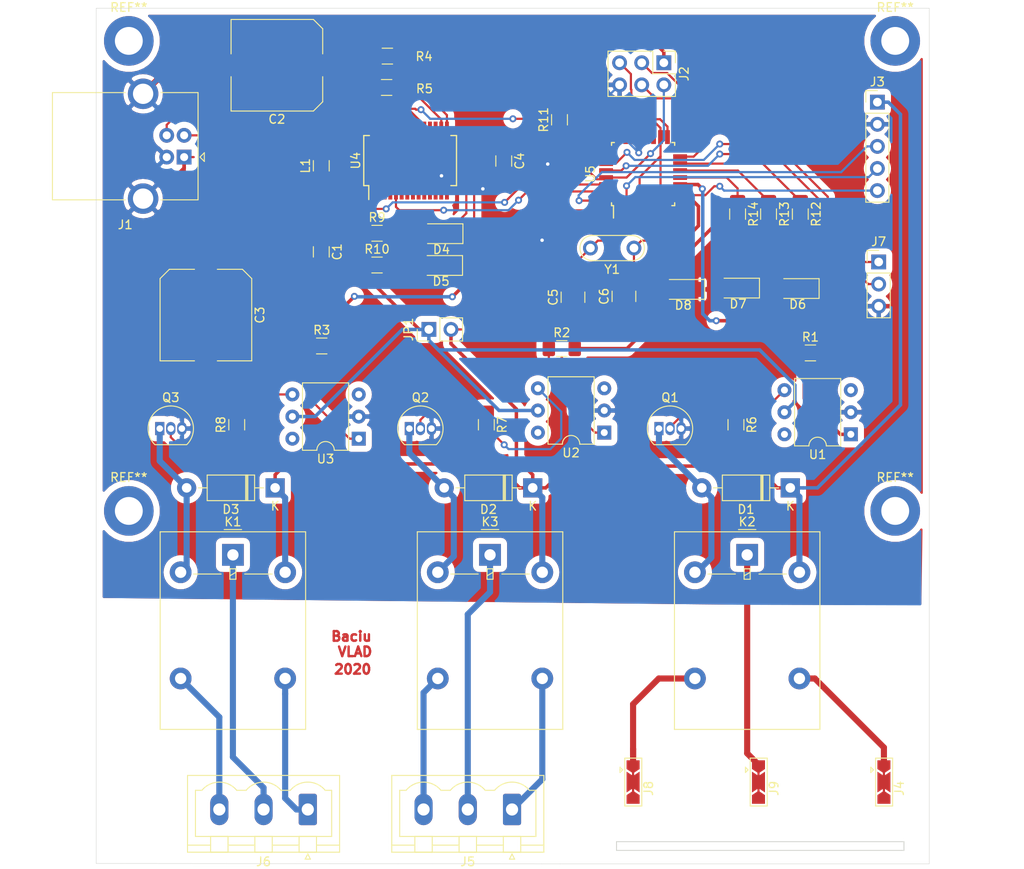
<source format=kicad_pcb>
(kicad_pcb (version 20171130) (host pcbnew "(5.1.2)-2")
  (layers (0 F.Cu signal) (31 B.Cu signal) (34 B.Paste user) (35 F.Paste user) (36 B.SilkS user) (37 F.SilkS user) (38 B.Mask user) (39 F.Mask user) (44 Edge.Cuts user))
  (net 0 "")
  (net 1 GND)
  (net 2 /VCC)
  (net 3 "Net-(C4-Pad1)")
  (net 4 "Net-(C5-Pad2)")
  (net 5 "Net-(C6-Pad2)")
  (net 6 "Net-(D1-Pad2)")
  (net 7 /VCC_2)
  (net 8 "Net-(D2-Pad2)")
  (net 9 "Net-(D3-Pad2)")
  (net 10 "Net-(D4-Pad2)")
  (net 11 "Net-(D4-Pad1)")
  (net 12 "Net-(D5-Pad2)")
  (net 13 "Net-(D5-Pad1)")
  (net 14 "Net-(D6-Pad2)")
  (net 15 "Net-(D7-Pad2)")
  (net 16 "Net-(D8-Pad2)")
  (net 17 "Net-(J1-Pad3)")
  (net 18 "Net-(J1-Pad2)")
  (net 19 /SCK)
  (net 20 /MISO)
  (net 21 /MOSI)
  (net 22 /RESET)
  (net 23 /CON1A)
  (net 24 /CON2B)
  (net 25 /COM2)
  (net 26 /CON2A)
  (net 27 /COM3B)
  (net 28 /COM3)
  (net 29 /COM3A)
  (net 30 /SCL)
  (net 31 /SDA)
  (net 32 /CON1B)
  (net 33 /COM1)
  (net 34 "Net-(L1-Pad2)")
  (net 35 "Net-(Q1-Pad2)")
  (net 36 "Net-(Q2-Pad2)")
  (net 37 "Net-(Q3-Pad2)")
  (net 38 /Relay1)
  (net 39 "Net-(R1-Pad1)")
  (net 40 /Relay2)
  (net 41 "Net-(R2-Pad1)")
  (net 42 /Relay3)
  (net 43 "Net-(R3-Pad1)")
  (net 44 "Net-(R4-Pad1)")
  (net 45 "Net-(R5-Pad1)")
  (net 46 "Net-(R6-Pad2)")
  (net 47 "Net-(R7-Pad2)")
  (net 48 "Net-(R8-Pad2)")
  (net 49 /LRelay1)
  (net 50 /LRelay2)
  (net 51 /LRelay3)
  (net 52 "Net-(U1-Pad6)")
  (net 53 "Net-(U1-Pad3)")
  (net 54 "Net-(U2-Pad6)")
  (net 55 "Net-(U2-Pad3)")
  (net 56 "Net-(U3-Pad6)")
  (net 57 "Net-(U3-Pad3)")
  (net 58 "Net-(U4-Pad28)")
  (net 59 "Net-(U4-Pad27)")
  (net 60 "Net-(U4-Pad19)")
  (net 61 "Net-(U4-Pad14)")
  (net 62 "Net-(U4-Pad13)")
  (net 63 "Net-(U4-Pad12)")
  (net 64 "Net-(U4-Pad11)")
  (net 65 "Net-(U4-Pad10)")
  (net 66 "Net-(U4-Pad9)")
  (net 67 "Net-(U4-Pad6)")
  (net 68 /RX_FT232)
  (net 69 "Net-(U4-Pad3)")
  (net 70 /DTR)
  (net 71 /TX_FT232)
  (net 72 "Net-(U5-Pad26)")
  (net 73 "Net-(U5-Pad25)")
  (net 74 "Net-(U5-Pad22)")
  (net 75 "Net-(U5-Pad20)")
  (net 76 "Net-(U5-Pad19)")
  (net 77 "Net-(U5-Pad24)")
  (net 78 "Net-(U5-Pad23)")
  (net 79 /CX1)
  (net 80 /CX2)
  (net 81 /CX3)
  (module Jumper:SolderJumper-3_P2.0mm_Open_TrianglePad1.0x1.5mm (layer F.Cu) (at 118.3 129.15 270)
    (fp_text reference J9 (at 0.725 -1.775 90) (layer F.SilkS))
    (fp_text value Conn_01x01)
    (pad 1 smd custom (at -2 0 270) (size 0.3 0.3) (layers F.Cu F.Mask) (net 33 /COM1) (options (clearance outline) (anchor rect)) (primitives (gr_poly (pts (xy -0.5 -0.75) (xy 0.5 -0.75) (xy 1 0) (xy 0.5 0.75) (xy -0.5 0.75)) (width 0))))
    (pad 2 smd custom (at 0 0 270) (size 0.3 0.3) (layers F.Cu) (net 33 /COM1) (options (clearance outline) (anchor rect)) (primitives (gr_poly (pts (xy -1.2 -0.75) (xy 1.2 -0.75) (xy 0.7 0) (xy 1.2 0.75) (xy -1.2 0.75) (xy -0.7 0)) (width 0))))
    (pad 3 smd custom (at 2 0 90) (size 0.3 0.3) (layers F.Cu F.Mask) (net 33 /COM1) (options (clearance outline) (anchor rect)) (primitives (gr_poly (pts (xy -0.5 -0.75) (xy 0.5 -0.75) (xy 1 0) (xy 0.5 0.75) (xy -0.5 0.75)) (width 0))))
  )
  (module Jumper:SolderJumper-3_P2.0mm_Open_TrianglePad1.0x1.5mm (layer F.Cu) (at 103.9 129.15 270)
    (fp_text reference J8 (at 0.725 -1.775 90) (layer F.SilkS))
    (fp_text value Conn_01x01)
    (pad 1 smd custom (at -2 0 270) (size 0.3 0.3) (layers F.Cu F.Mask) (net 32 /CON1B) (options (clearance outline) (anchor rect)) (primitives (gr_poly (pts (xy -0.5 -0.75) (xy 0.5 -0.75) (xy 1 0) (xy 0.5 0.75) (xy -0.5 0.75)) (width 0))))
    (pad 2 smd custom (at 0 0 270) (size 0.3 0.3) (layers F.Cu) (net 32 /CON1B) (options (clearance outline) (anchor rect)) (primitives (gr_poly (pts (xy -1.2 -0.75) (xy 1.2 -0.75) (xy 0.7 0) (xy 1.2 0.75) (xy -1.2 0.75) (xy -0.7 0)) (width 0))))
    (pad 3 smd custom (at 2 0 90) (size 0.3 0.3) (layers F.Cu F.Mask) (net 32 /CON1B) (options (clearance outline) (anchor rect)) (primitives (gr_poly (pts (xy -0.5 -0.75) (xy 0.5 -0.75) (xy 1 0) (xy 0.5 0.75) (xy -0.5 0.75)) (width 0))))
  )
  (module MountingHole:MountingHole_3.2mm_M3_ISO7380_Pad (layer F.Cu) (at 46 98)
    (fp_text reference REF** (at 0 -3.85) (layer F.SilkS))
    (fp_text value MountingHole_3.2mm_M3_ISO7380_Pad)
    (pad 1 thru_hole circle (at 0 0) (size 5.7 5.7) (drill 3.2) (layers *.Cu *.Mask))
  )
  (module MountingHole:MountingHole_3.2mm_M3_ISO7380_Pad (layer F.Cu) (at 46 44)
    (fp_text reference REF** (at 0 -3.85) (layer F.SilkS))
    (fp_text value MountingHole_3.2mm_M3_ISO7380_Pad)
    (pad 1 thru_hole circle (at 0 0) (size 5.7 5.7) (drill 3.2) (layers *.Cu *.Mask))
  )
  (module MountingHole:MountingHole_3.2mm_M3_ISO7380_Pad (layer F.Cu) (at 134 44)
    (fp_text reference REF** (at 0 -3.85) (layer F.SilkS))
    (fp_text value MountingHole_3.2mm_M3_ISO7380_Pad)
    (pad 1 thru_hole circle (at 0 0) (size 5.7 5.7) (drill 3.2) (layers *.Cu *.Mask))
  )
  (module MountingHole:MountingHole_3.2mm_M3_ISO7380_Pad (layer F.Cu) (at 134 98)
    (fp_text reference REF** (at 0 -3.85) (layer F.SilkS))
    (fp_text value MountingHole_3.2mm_M3_ISO7380_Pad)
    (pad 1 thru_hole circle (at 0 0) (size 5.7 5.7) (drill 3.2) (layers *.Cu *.Mask))
  )
  (module Crystal:Resonator-2Pin_W7.0mm_H2.5mm (layer F.Cu) (at 104 67.8 180)
    (fp_text reference Y1 (at 2.5 -2.45) (layer F.SilkS))
    (fp_text value Crystal)
    (pad 2 thru_hole circle (at 5 0 180) (size 1.7 1.7) (drill 1) (layers *.Cu *.Mask) (net 4 "Net-(C5-Pad2)"))
    (pad 1 thru_hole circle (at 0 0 180) (size 1.7 1.7) (drill 1) (layers *.Cu *.Mask) (net 5 "Net-(C6-Pad2)"))
  )
  (module Package_QFP:TQFP-32_7x7mm_P0.8mm (layer F.Cu) (at 105.05 59.3 90)
    (fp_text reference U5 (at 0 -6.05 90) (layer F.SilkS))
    (fp_text value ATmega328-AU)
    (pad 32 smd rect (at -2.8 -4.25 180) (size 1.6 0.55) (layers F.Cu F.Paste F.Mask) (net 81 /CX3))
    (pad 31 smd rect (at -2 -4.25 180) (size 1.6 0.55) (layers F.Cu F.Paste F.Mask) (net 68 /RX_FT232))
    (pad 30 smd rect (at -1.2 -4.25 180) (size 1.6 0.55) (layers F.Cu F.Paste F.Mask) (net 71 /TX_FT232))
    (pad 29 smd rect (at -0.4 -4.25 180) (size 1.6 0.55) (layers F.Cu F.Paste F.Mask) (net 22 /RESET))
    (pad 28 smd rect (at 0.4 -4.25 180) (size 1.6 0.55) (layers F.Cu F.Paste F.Mask) (net 30 /SCL))
    (pad 27 smd rect (at 1.2 -4.25 180) (size 1.6 0.55) (layers F.Cu F.Paste F.Mask) (net 31 /SDA))
    (pad 26 smd rect (at 2 -4.25 180) (size 1.6 0.55) (layers F.Cu F.Paste F.Mask) (net 72 "Net-(U5-Pad26)"))
    (pad 25 smd rect (at 2.8 -4.25 180) (size 1.6 0.55) (layers F.Cu F.Paste F.Mask) (net 73 "Net-(U5-Pad25)"))
    (pad 24 smd rect (at 4.25 -2.8 90) (size 1.6 0.55) (layers F.Cu F.Paste F.Mask) (net 77 "Net-(U5-Pad24)"))
    (pad 23 smd rect (at 4.25 -2 90) (size 1.6 0.55) (layers F.Cu F.Paste F.Mask) (net 78 "Net-(U5-Pad23)"))
    (pad 22 smd rect (at 4.25 -1.2 90) (size 1.6 0.55) (layers F.Cu F.Paste F.Mask) (net 74 "Net-(U5-Pad22)"))
    (pad 21 smd rect (at 4.25 -0.4 90) (size 1.6 0.55) (layers F.Cu F.Paste F.Mask) (net 1 GND))
    (pad 20 smd rect (at 4.25 0.4 90) (size 1.6 0.55) (layers F.Cu F.Paste F.Mask) (net 75 "Net-(U5-Pad20)"))
    (pad 19 smd rect (at 4.25 1.2 90) (size 1.6 0.55) (layers F.Cu F.Paste F.Mask) (net 76 "Net-(U5-Pad19)"))
    (pad 18 smd rect (at 4.25 2 90) (size 1.6 0.55) (layers F.Cu F.Paste F.Mask) (net 34 "Net-(L1-Pad2)"))
    (pad 17 smd rect (at 4.25 2.8 90) (size 1.6 0.55) (layers F.Cu F.Paste F.Mask) (net 19 /SCK))
    (pad 16 smd rect (at 2.8 4.25 180) (size 1.6 0.55) (layers F.Cu F.Paste F.Mask) (net 20 /MISO))
    (pad 15 smd rect (at 2 4.25 180) (size 1.6 0.55) (layers F.Cu F.Paste F.Mask) (net 21 /MOSI))
    (pad 14 smd rect (at 1.2 4.25 180) (size 1.6 0.55) (layers F.Cu F.Paste F.Mask) (net 49 /LRelay1))
    (pad 13 smd rect (at 0.4 4.25 180) (size 1.6 0.55) (layers F.Cu F.Paste F.Mask) (net 50 /LRelay2))
    (pad 12 smd rect (at -0.4 4.25 180) (size 1.6 0.55) (layers F.Cu F.Paste F.Mask) (net 51 /LRelay3))
    (pad 11 smd rect (at -1.2 4.25 180) (size 1.6 0.55) (layers F.Cu F.Paste F.Mask) (net 38 /Relay1))
    (pad 10 smd rect (at -2 4.25 180) (size 1.6 0.55) (layers F.Cu F.Paste F.Mask) (net 79 /CX1))
    (pad 9 smd rect (at -2.8 4.25 180) (size 1.6 0.55) (layers F.Cu F.Paste F.Mask) (net 40 /Relay2))
    (pad 8 smd rect (at -4.25 2.8 90) (size 1.6 0.55) (layers F.Cu F.Paste F.Mask) (net 5 "Net-(C6-Pad2)"))
    (pad 7 smd rect (at -4.25 2 90) (size 1.6 0.55) (layers F.Cu F.Paste F.Mask) (net 4 "Net-(C5-Pad2)"))
    (pad 6 smd rect (at -4.25 1.2 90) (size 1.6 0.55) (layers F.Cu F.Paste F.Mask) (net 34 "Net-(L1-Pad2)"))
    (pad 5 smd rect (at -4.25 0.4 90) (size 1.6 0.55) (layers F.Cu F.Paste F.Mask) (net 1 GND))
    (pad 4 smd rect (at -4.25 -0.4 90) (size 1.6 0.55) (layers F.Cu F.Paste F.Mask) (net 34 "Net-(L1-Pad2)"))
    (pad 3 smd rect (at -4.25 -1.2 90) (size 1.6 0.55) (layers F.Cu F.Paste F.Mask) (net 1 GND))
    (pad 2 smd rect (at -4.25 -2 90) (size 1.6 0.55) (layers F.Cu F.Paste F.Mask) (net 80 /CX2))
    (pad 1 smd rect (at -4.25 -2.8 90) (size 1.6 0.55) (layers F.Cu F.Paste F.Mask) (net 42 /Relay3))
  )
  (module Package_SO:SSOP-28_5.3x10.2mm_P0.65mm (layer F.Cu) (at 78.3 57.75 90)
    (fp_text reference U4 (at 0 -6.25 90) (layer F.SilkS))
    (fp_text value FT232RL)
    (pad 28 smd rect (at 3.6 -4.225 90) (size 1.75 0.45) (layers F.Cu F.Paste F.Mask) (net 58 "Net-(U4-Pad28)"))
    (pad 27 smd rect (at 3.6 -3.575 90) (size 1.75 0.45) (layers F.Cu F.Paste F.Mask) (net 59 "Net-(U4-Pad27)"))
    (pad 26 smd rect (at 3.6 -2.925 90) (size 1.75 0.45) (layers F.Cu F.Paste F.Mask) (net 1 GND))
    (pad 25 smd rect (at 3.6 -2.275 90) (size 1.75 0.45) (layers F.Cu F.Paste F.Mask) (net 1 GND))
    (pad 24 smd rect (at 3.6 -1.625 90) (size 1.75 0.45) (layers F.Cu F.Paste F.Mask))
    (pad 23 smd rect (at 3.6 -0.975 90) (size 1.75 0.45) (layers F.Cu F.Paste F.Mask) (net 11 "Net-(D4-Pad1)"))
    (pad 22 smd rect (at 3.6 -0.325 90) (size 1.75 0.45) (layers F.Cu F.Paste F.Mask) (net 13 "Net-(D5-Pad1)"))
    (pad 21 smd rect (at 3.6 0.325 90) (size 1.75 0.45) (layers F.Cu F.Paste F.Mask) (net 1 GND))
    (pad 20 smd rect (at 3.6 0.975 90) (size 1.75 0.45) (layers F.Cu F.Paste F.Mask) (net 34 "Net-(L1-Pad2)"))
    (pad 19 smd rect (at 3.6 1.625 90) (size 1.75 0.45) (layers F.Cu F.Paste F.Mask) (net 60 "Net-(U4-Pad19)"))
    (pad 18 smd rect (at 3.6 2.275 90) (size 1.75 0.45) (layers F.Cu F.Paste F.Mask) (net 1 GND))
    (pad 17 smd rect (at 3.6 2.925 90) (size 1.75 0.45) (layers F.Cu F.Paste F.Mask) (net 3 "Net-(C4-Pad1)"))
    (pad 16 smd rect (at 3.6 3.575 90) (size 1.75 0.45) (layers F.Cu F.Paste F.Mask) (net 45 "Net-(R5-Pad1)"))
    (pad 15 smd rect (at 3.6 4.225 90) (size 1.75 0.45) (layers F.Cu F.Paste F.Mask) (net 44 "Net-(R4-Pad1)"))
    (pad 14 smd rect (at -3.6 4.225 90) (size 1.75 0.45) (layers F.Cu F.Paste F.Mask) (net 61 "Net-(U4-Pad14)"))
    (pad 13 smd rect (at -3.6 3.575 90) (size 1.75 0.45) (layers F.Cu F.Paste F.Mask) (net 62 "Net-(U4-Pad13)"))
    (pad 12 smd rect (at -3.6 2.925 90) (size 1.75 0.45) (layers F.Cu F.Paste F.Mask) (net 63 "Net-(U4-Pad12)"))
    (pad 11 smd rect (at -3.6 2.275 90) (size 1.75 0.45) (layers F.Cu F.Paste F.Mask) (net 64 "Net-(U4-Pad11)"))
    (pad 10 smd rect (at -3.6 1.625 90) (size 1.75 0.45) (layers F.Cu F.Paste F.Mask) (net 65 "Net-(U4-Pad10)"))
    (pad 9 smd rect (at -3.6 0.975 90) (size 1.75 0.45) (layers F.Cu F.Paste F.Mask) (net 66 "Net-(U4-Pad9)"))
    (pad 8 smd rect (at -3.6 0.325 90) (size 1.75 0.45) (layers F.Cu F.Paste F.Mask))
    (pad 7 smd rect (at -3.6 -0.325 90) (size 1.75 0.45) (layers F.Cu F.Paste F.Mask) (net 1 GND))
    (pad 6 smd rect (at -3.6 -0.975 90) (size 1.75 0.45) (layers F.Cu F.Paste F.Mask) (net 67 "Net-(U4-Pad6)"))
    (pad 5 smd rect (at -3.6 -1.625 90) (size 1.75 0.45) (layers F.Cu F.Paste F.Mask) (net 68 /RX_FT232))
    (pad 4 smd rect (at -3.6 -2.275 90) (size 1.75 0.45) (layers F.Cu F.Paste F.Mask) (net 34 "Net-(L1-Pad2)"))
    (pad 3 smd rect (at -3.6 -2.925 90) (size 1.75 0.45) (layers F.Cu F.Paste F.Mask) (net 69 "Net-(U4-Pad3)"))
    (pad 2 smd rect (at -3.6 -3.575 90) (size 1.75 0.45) (layers F.Cu F.Paste F.Mask) (net 70 /DTR))
    (pad 1 smd rect (at -3.6 -4.225 90) (size 1.75 0.45) (layers F.Cu F.Paste F.Mask) (net 71 /TX_FT232))
  )
  (module Package_DIP:DIP-6_W7.62mm (layer F.Cu) (at 72.4 89.7 180)
    (fp_text reference U3 (at 3.81 -2.33) (layer F.SilkS))
    (fp_text value 4N25)
    (pad 6 thru_hole oval (at 7.62 0 180) (size 1.6 1.6) (drill 0.8) (layers *.Cu *.Mask) (net 56 "Net-(U3-Pad6)"))
    (pad 3 thru_hole oval (at 0 5.08 180) (size 1.6 1.6) (drill 0.8) (layers *.Cu *.Mask) (net 57 "Net-(U3-Pad3)"))
    (pad 5 thru_hole oval (at 7.62 2.54 180) (size 1.6 1.6) (drill 0.8) (layers *.Cu *.Mask) (net 2 /VCC))
    (pad 2 thru_hole oval (at 0 2.54 180) (size 1.6 1.6) (drill 0.8) (layers *.Cu *.Mask) (net 1 GND))
    (pad 4 thru_hole oval (at 7.62 5.08 180) (size 1.6 1.6) (drill 0.8) (layers *.Cu *.Mask) (net 48 "Net-(R8-Pad2)"))
    (pad 1 thru_hole rect (at 0 0 180) (size 1.6 1.6) (drill 0.8) (layers *.Cu *.Mask) (net 43 "Net-(R3-Pad1)"))
  )
  (module Package_DIP:DIP-6_W7.62mm (layer F.Cu) (at 100.59 89 180)
    (fp_text reference U2 (at 3.81 -2.33) (layer F.SilkS))
    (fp_text value 4N25)
    (pad 6 thru_hole oval (at 7.62 0 180) (size 1.6 1.6) (drill 0.8) (layers *.Cu *.Mask) (net 54 "Net-(U2-Pad6)"))
    (pad 3 thru_hole oval (at 0 5.08 180) (size 1.6 1.6) (drill 0.8) (layers *.Cu *.Mask) (net 55 "Net-(U2-Pad3)"))
    (pad 5 thru_hole oval (at 7.62 2.54 180) (size 1.6 1.6) (drill 0.8) (layers *.Cu *.Mask) (net 2 /VCC))
    (pad 2 thru_hole oval (at 0 2.54 180) (size 1.6 1.6) (drill 0.8) (layers *.Cu *.Mask) (net 1 GND))
    (pad 4 thru_hole oval (at 7.62 5.08 180) (size 1.6 1.6) (drill 0.8) (layers *.Cu *.Mask) (net 47 "Net-(R7-Pad2)"))
    (pad 1 thru_hole rect (at 0 0 180) (size 1.6 1.6) (drill 0.8) (layers *.Cu *.Mask) (net 41 "Net-(R2-Pad1)"))
  )
  (module Package_DIP:DIP-6_W7.62mm (layer F.Cu) (at 128.9 89.2 180)
    (fp_text reference U1 (at 3.81 -2.33) (layer F.SilkS))
    (fp_text value 4N25)
    (pad 6 thru_hole oval (at 7.62 0 180) (size 1.6 1.6) (drill 0.8) (layers *.Cu *.Mask) (net 52 "Net-(U1-Pad6)"))
    (pad 3 thru_hole oval (at 0 5.08 180) (size 1.6 1.6) (drill 0.8) (layers *.Cu *.Mask) (net 53 "Net-(U1-Pad3)"))
    (pad 5 thru_hole oval (at 7.62 2.54 180) (size 1.6 1.6) (drill 0.8) (layers *.Cu *.Mask) (net 2 /VCC))
    (pad 2 thru_hole oval (at 0 2.54 180) (size 1.6 1.6) (drill 0.8) (layers *.Cu *.Mask) (net 1 GND))
    (pad 4 thru_hole oval (at 7.62 5.08 180) (size 1.6 1.6) (drill 0.8) (layers *.Cu *.Mask) (net 46 "Net-(R6-Pad2)"))
    (pad 1 thru_hole rect (at 0 0 180) (size 1.6 1.6) (drill 0.8) (layers *.Cu *.Mask) (net 39 "Net-(R1-Pad1)"))
  )
  (module Resistor_SMD:R_1206_3216Metric_Pad1.42x1.75mm_HandSolder (layer F.Cu) (at 115.9 63.9 270)
    (fp_text reference R14 (at 0 -1.82 90) (layer F.SilkS))
    (fp_text value R)
    (pad 2 smd roundrect (at 1.4875 0 270) (size 1.425 1.75) (layers F.Cu F.Paste F.Mask) (roundrect_rratio 0.175439) (net 16 "Net-(D8-Pad2)"))
    (pad 1 smd roundrect (at -1.4875 0 270) (size 1.425 1.75) (layers F.Cu F.Paste F.Mask) (roundrect_rratio 0.175439) (net 51 /LRelay3))
  )
  (module Resistor_SMD:R_1206_3216Metric_Pad1.42x1.75mm_HandSolder (layer F.Cu) (at 119.453749 63.9 270)
    (fp_text reference R13 (at 0 -1.82 90) (layer F.SilkS))
    (fp_text value R)
    (pad 2 smd roundrect (at 1.4875 0 270) (size 1.425 1.75) (layers F.Cu F.Paste F.Mask) (roundrect_rratio 0.175439) (net 15 "Net-(D7-Pad2)"))
    (pad 1 smd roundrect (at -1.4875 0 270) (size 1.425 1.75) (layers F.Cu F.Paste F.Mask) (roundrect_rratio 0.175439) (net 50 /LRelay2))
  )
  (module Resistor_SMD:R_1206_3216Metric_Pad1.42x1.75mm_HandSolder (layer F.Cu) (at 123.1 63.9 270)
    (fp_text reference R12 (at 0 -1.82 90) (layer F.SilkS))
    (fp_text value R)
    (pad 2 smd roundrect (at 1.4875 0 270) (size 1.425 1.75) (layers F.Cu F.Paste F.Mask) (roundrect_rratio 0.175439) (net 14 "Net-(D6-Pad2)"))
    (pad 1 smd roundrect (at -1.4875 0 270) (size 1.425 1.75) (layers F.Cu F.Paste F.Mask) (roundrect_rratio 0.175439) (net 49 /LRelay1))
  )
  (module Resistor_SMD:R_1206_3216Metric_Pad1.42x1.75mm_HandSolder (layer F.Cu) (at 95.45 53.0625 90)
    (fp_text reference R11 (at 0 -1.82 90) (layer F.SilkS))
    (fp_text value R)
    (pad 2 smd roundrect (at 1.4875 0 90) (size 1.425 1.75) (layers F.Cu F.Paste F.Mask) (roundrect_rratio 0.175439) (net 2 /VCC))
    (pad 1 smd roundrect (at -1.4875 0 90) (size 1.425 1.75) (layers F.Cu F.Paste F.Mask) (roundrect_rratio 0.175439) (net 22 /RESET))
  )
  (module Resistor_SMD:R_1206_3216Metric_Pad1.42x1.75mm_HandSolder (layer F.Cu) (at 74.5 69.75)
    (fp_text reference R10 (at 0 -1.82) (layer F.SilkS))
    (fp_text value R)
    (pad 2 smd roundrect (at 1.4875 0) (size 1.425 1.75) (layers F.Cu F.Paste F.Mask) (roundrect_rratio 0.175439) (net 12 "Net-(D5-Pad2)"))
    (pad 1 smd roundrect (at -1.4875 0) (size 1.425 1.75) (layers F.Cu F.Paste F.Mask) (roundrect_rratio 0.175439) (net 2 /VCC))
  )
  (module Resistor_SMD:R_1206_3216Metric_Pad1.42x1.75mm_HandSolder (layer F.Cu) (at 74.5 66.1)
    (fp_text reference R9 (at 0 -1.82) (layer F.SilkS))
    (fp_text value R)
    (pad 2 smd roundrect (at 1.4875 0) (size 1.425 1.75) (layers F.Cu F.Paste F.Mask) (roundrect_rratio 0.175439) (net 10 "Net-(D4-Pad2)"))
    (pad 1 smd roundrect (at -1.4875 0) (size 1.425 1.75) (layers F.Cu F.Paste F.Mask) (roundrect_rratio 0.175439) (net 2 /VCC))
  )
  (module Resistor_SMD:R_1206_3216Metric_Pad1.42x1.75mm_HandSolder (layer F.Cu) (at 58.39 88.1 90)
    (fp_text reference R8 (at 0 -1.82 90) (layer F.SilkS))
    (fp_text value R)
    (pad 2 smd roundrect (at 1.4875 0 90) (size 1.425 1.75) (layers F.Cu F.Paste F.Mask) (roundrect_rratio 0.175439) (net 48 "Net-(R8-Pad2)"))
    (pad 1 smd roundrect (at -1.4875 0 90) (size 1.425 1.75) (layers F.Cu F.Paste F.Mask) (roundrect_rratio 0.175439) (net 37 "Net-(Q3-Pad2)"))
  )
  (module Resistor_SMD:R_1206_3216Metric_Pad1.42x1.75mm_HandSolder (layer F.Cu) (at 87.05 88.1 270)
    (fp_text reference R7 (at 0 -1.82 90) (layer F.SilkS))
    (fp_text value R)
    (pad 2 smd roundrect (at 1.4875 0 270) (size 1.425 1.75) (layers F.Cu F.Paste F.Mask) (roundrect_rratio 0.175439) (net 47 "Net-(R7-Pad2)"))
    (pad 1 smd roundrect (at -1.4875 0 270) (size 1.425 1.75) (layers F.Cu F.Paste F.Mask) (roundrect_rratio 0.175439) (net 36 "Net-(Q2-Pad2)"))
  )
  (module Resistor_SMD:R_1206_3216Metric_Pad1.42x1.75mm_HandSolder (layer F.Cu) (at 115.71 88.1 270)
    (fp_text reference R6 (at 0 -1.82 90) (layer F.SilkS))
    (fp_text value R)
    (pad 2 smd roundrect (at 1.4875 0 270) (size 1.425 1.75) (layers F.Cu F.Paste F.Mask) (roundrect_rratio 0.175439) (net 46 "Net-(R6-Pad2)"))
    (pad 1 smd roundrect (at -1.4875 0 270) (size 1.425 1.75) (layers F.Cu F.Paste F.Mask) (roundrect_rratio 0.175439) (net 35 "Net-(Q1-Pad2)"))
  )
  (module Resistor_SMD:R_1206_3216Metric_Pad1.42x1.75mm_HandSolder (layer F.Cu) (at 75.6 49.35 180)
    (fp_text reference R5 (at -4.35 -0.15) (layer F.SilkS))
    (fp_text value R)
    (pad 2 smd roundrect (at 1.4875 0 180) (size 1.425 1.75) (layers F.Cu F.Paste F.Mask) (roundrect_rratio 0.175439) (net 18 "Net-(J1-Pad2)"))
    (pad 1 smd roundrect (at -1.4875 0 180) (size 1.425 1.75) (layers F.Cu F.Paste F.Mask) (roundrect_rratio 0.175439) (net 45 "Net-(R5-Pad1)"))
  )
  (module Resistor_SMD:R_1206_3216Metric_Pad1.42x1.75mm_HandSolder (layer F.Cu) (at 75.6875 45.75 180)
    (fp_text reference R4 (at -4.2125 -0.05) (layer F.SilkS))
    (fp_text value R)
    (pad 2 smd roundrect (at 1.4875 0 180) (size 1.425 1.75) (layers F.Cu F.Paste F.Mask) (roundrect_rratio 0.175439) (net 17 "Net-(J1-Pad3)"))
    (pad 1 smd roundrect (at -1.4875 0 180) (size 1.425 1.75) (layers F.Cu F.Paste F.Mask) (roundrect_rratio 0.175439) (net 44 "Net-(R4-Pad1)"))
  )
  (module Resistor_SMD:R_1206_3216Metric_Pad1.42x1.75mm_HandSolder (layer F.Cu) (at 68.15 79.05)
    (fp_text reference R3 (at 0 -1.82) (layer F.SilkS))
    (fp_text value R)
    (pad 2 smd roundrect (at 1.4875 0) (size 1.425 1.75) (layers F.Cu F.Paste F.Mask) (roundrect_rratio 0.175439) (net 42 /Relay3))
    (pad 1 smd roundrect (at -1.4875 0) (size 1.425 1.75) (layers F.Cu F.Paste F.Mask) (roundrect_rratio 0.175439) (net 43 "Net-(R3-Pad1)"))
  )
  (module Resistor_SMD:R_1206_3216Metric_Pad1.42x1.75mm_HandSolder (layer F.Cu) (at 95.7125 79.35)
    (fp_text reference R2 (at 0 -1.82) (layer F.SilkS))
    (fp_text value R)
    (pad 2 smd roundrect (at 1.4875 0) (size 1.425 1.75) (layers F.Cu F.Paste F.Mask) (roundrect_rratio 0.175439) (net 40 /Relay2))
    (pad 1 smd roundrect (at -1.4875 0) (size 1.425 1.75) (layers F.Cu F.Paste F.Mask) (roundrect_rratio 0.175439) (net 41 "Net-(R2-Pad1)"))
  )
  (module Resistor_SMD:R_1206_3216Metric_Pad1.42x1.75mm_HandSolder (layer F.Cu) (at 124.2625 79.85)
    (fp_text reference R1 (at 0 -1.82) (layer F.SilkS))
    (fp_text value R)
    (pad 2 smd roundrect (at 1.4875 0) (size 1.425 1.75) (layers F.Cu F.Paste F.Mask) (roundrect_rratio 0.175439) (net 38 /Relay1))
    (pad 1 smd roundrect (at -1.4875 0) (size 1.425 1.75) (layers F.Cu F.Paste F.Mask) (roundrect_rratio 0.175439) (net 39 "Net-(R1-Pad1)"))
  )
  (module Package_TO_SOT_THT:TO-92_Inline (layer F.Cu) (at 49.55 88.54)
    (fp_text reference Q3 (at 1.27 -3.56) (layer F.SilkS))
    (fp_text value BC547)
    (pad 1 thru_hole rect (at 0 0) (size 1.05 1.5) (drill 0.75) (layers *.Cu *.Mask) (net 9 "Net-(D3-Pad2)"))
    (pad 3 thru_hole oval (at 2.54 0) (size 1.05 1.5) (drill 0.75) (layers *.Cu *.Mask) (net 1 GND))
    (pad 2 thru_hole oval (at 1.27 0) (size 1.05 1.5) (drill 0.75) (layers *.Cu *.Mask) (net 37 "Net-(Q3-Pad2)"))
  )
  (module Package_TO_SOT_THT:TO-92_Inline (layer F.Cu) (at 78.21 88.54)
    (fp_text reference Q2 (at 1.27 -3.56) (layer F.SilkS))
    (fp_text value BC547)
    (pad 1 thru_hole rect (at 0 0) (size 1.05 1.5) (drill 0.75) (layers *.Cu *.Mask) (net 8 "Net-(D2-Pad2)"))
    (pad 3 thru_hole oval (at 2.54 0) (size 1.05 1.5) (drill 0.75) (layers *.Cu *.Mask) (net 1 GND))
    (pad 2 thru_hole oval (at 1.27 0) (size 1.05 1.5) (drill 0.75) (layers *.Cu *.Mask) (net 36 "Net-(Q2-Pad2)"))
  )
  (module Package_TO_SOT_THT:TO-92_Inline (layer F.Cu) (at 106.87 88.54)
    (fp_text reference Q1 (at 1.27 -3.56) (layer F.SilkS))
    (fp_text value BC547)
    (pad 1 thru_hole rect (at 0 0) (size 1.05 1.5) (drill 0.75) (layers *.Cu *.Mask) (net 6 "Net-(D1-Pad2)"))
    (pad 3 thru_hole oval (at 2.54 0) (size 1.05 1.5) (drill 0.75) (layers *.Cu *.Mask) (net 1 GND))
    (pad 2 thru_hole oval (at 1.27 0) (size 1.05 1.5) (drill 0.75) (layers *.Cu *.Mask) (net 35 "Net-(Q1-Pad2)"))
  )
  (module Inductor_SMD:L_1206_3216Metric_Pad1.42x1.75mm_HandSolder (layer F.Cu) (at 68.1 58.35 90)
    (fp_text reference L1 (at 0 -1.82 90) (layer F.SilkS))
    (fp_text value L)
    (pad 2 smd roundrect (at 1.4875 0 90) (size 1.425 1.75) (layers F.Cu F.Paste F.Mask) (roundrect_rratio 0.175439) (net 34 "Net-(L1-Pad2)"))
    (pad 1 smd roundrect (at -1.4875 0 90) (size 1.425 1.75) (layers F.Cu F.Paste F.Mask) (roundrect_rratio 0.175439) (net 2 /VCC))
  )
  (module Relay_THT:Relay_SPDT_Omron-G5LE-1 (layer F.Cu) (at 87.475 103.05)
    (fp_text reference K3 (at 0 -3.8) (layer F.SilkS))
    (fp_text value G5LE-1)
    (pad 5 thru_hole oval (at 6 2) (size 2.5 2.5) (drill 1.3) (layers *.Cu *.Mask) (net 7 /VCC_2))
    (pad 4 thru_hole oval (at 6 14.2) (size 2.5 2.5) (drill 1.3) (layers *.Cu *.Mask) (net 26 /CON2A))
    (pad 3 thru_hole oval (at -6 14.2) (size 2.5 2.5) (drill 1.3) (layers *.Cu *.Mask) (net 24 /CON2B))
    (pad 2 thru_hole oval (at -6 2) (size 2.5 2.5) (drill 1.3) (layers *.Cu *.Mask) (net 8 "Net-(D2-Pad2)"))
    (pad 1 thru_hole rect (at 0 0) (size 2.5 2.5) (drill 1.3) (layers *.Cu *.Mask) (net 25 /COM2))
  )
  (module Relay_THT:Relay_SPDT_Omron-G5LE-1 (layer F.Cu) (at 117 103.05)
    (fp_text reference K2 (at 0 -3.8) (layer F.SilkS))
    (fp_text value G5LE-1)
    (pad 5 thru_hole oval (at 6 2) (size 2.5 2.5) (drill 1.3) (layers *.Cu *.Mask) (net 7 /VCC_2))
    (pad 4 thru_hole oval (at 6 14.2) (size 2.5 2.5) (drill 1.3) (layers *.Cu *.Mask) (net 23 /CON1A))
    (pad 3 thru_hole oval (at -6 14.2) (size 2.5 2.5) (drill 1.3) (layers *.Cu *.Mask) (net 32 /CON1B))
    (pad 2 thru_hole oval (at -6 2) (size 2.5 2.5) (drill 1.3) (layers *.Cu *.Mask) (net 6 "Net-(D1-Pad2)"))
    (pad 1 thru_hole rect (at 0 0) (size 2.5 2.5) (drill 1.3) (layers *.Cu *.Mask) (net 33 /COM1))
  )
  (module Relay_THT:Relay_SPDT_Omron-G5LE-1 (layer F.Cu) (at 57.95 103.05)
    (fp_text reference K1 (at 0 -3.8) (layer F.SilkS))
    (fp_text value G5LE-1)
    (pad 5 thru_hole oval (at 6 2) (size 2.5 2.5) (drill 1.3) (layers *.Cu *.Mask) (net 7 /VCC_2))
    (pad 4 thru_hole oval (at 6 14.2) (size 2.5 2.5) (drill 1.3) (layers *.Cu *.Mask) (net 29 /COM3A))
    (pad 3 thru_hole oval (at -6 14.2) (size 2.5 2.5) (drill 1.3) (layers *.Cu *.Mask) (net 27 /COM3B))
    (pad 2 thru_hole oval (at -6 2) (size 2.5 2.5) (drill 1.3) (layers *.Cu *.Mask) (net 9 "Net-(D3-Pad2)"))
    (pad 1 thru_hole rect (at 0 0) (size 2.5 2.5) (drill 1.3) (layers *.Cu *.Mask) (net 28 /COM3))
  )
  (module Connector_PinHeader_2.54mm:PinHeader_1x02_P2.54mm_Vertical (layer F.Cu) (at 80.45 77.15 90)
    (fp_text reference JP1 (at 0 -2.33 90) (layer F.SilkS))
    (fp_text value Jumper)
    (pad 2 thru_hole oval (at 0 2.54 90) (size 1.7 1.7) (drill 1) (layers *.Cu *.Mask) (net 7 /VCC_2))
    (pad 1 thru_hole rect (at 0 0 90) (size 1.7 1.7) (drill 1) (layers *.Cu *.Mask) (net 2 /VCC))
  )
  (module Connector_PinHeader_2.54mm:PinHeader_1x03_P2.54mm_Vertical (layer F.Cu) (at 132.1 69.4)
    (fp_text reference J7 (at 0 -2.33) (layer F.SilkS))
    (fp_text value Conn_01x03_Female)
    (pad 3 thru_hole oval (at 0 5.08) (size 1.7 1.7) (drill 1) (layers *.Cu *.Mask) (net 1 GND))
    (pad 2 thru_hole oval (at 0 2.54) (size 1.7 1.7) (drill 1) (layers *.Cu *.Mask) (net 30 /SCL))
    (pad 1 thru_hole rect (at 0 0) (size 1.7 1.7) (drill 1) (layers *.Cu *.Mask) (net 31 /SDA))
  )
  (module Connector_Phoenix_MSTB:PhoenixContact_MSTBVA_2,5_3-G-5,08_1x03_P5.08mm_Vertical (layer F.Cu) (at 66.55 132.3 180)
    (fp_text reference J6 (at 5.08 -6) (layer F.SilkS))
    (fp_text value Conn_01x03_Female)
    (pad 3 thru_hole oval (at 10.16 0 180) (size 2.08 3.6) (drill 1.4) (layers *.Cu *.Mask) (net 27 /COM3B))
    (pad 2 thru_hole oval (at 5.08 0 180) (size 2.08 3.6) (drill 1.4) (layers *.Cu *.Mask) (net 28 /COM3))
    (pad 1 thru_hole roundrect (at 0 0 180) (size 2.08 3.6) (drill 1.4) (layers *.Cu *.Mask) (roundrect_rratio 0.120192) (net 29 /COM3A))
  )
  (module Connector_Phoenix_MSTB:PhoenixContact_MSTBVA_2,5_3-G-5,08_1x03_P5.08mm_Vertical (layer F.Cu) (at 90 132.3 180)
    (fp_text reference J5 (at 5.08 -6) (layer F.SilkS))
    (fp_text value Conn_01x03_Female)
    (pad 3 thru_hole oval (at 10.16 0 180) (size 2.08 3.6) (drill 1.4) (layers *.Cu *.Mask) (net 24 /CON2B))
    (pad 2 thru_hole oval (at 5.08 0 180) (size 2.08 3.6) (drill 1.4) (layers *.Cu *.Mask) (net 25 /COM2))
    (pad 1 thru_hole roundrect (at 0 0 180) (size 2.08 3.6) (drill 1.4) (layers *.Cu *.Mask) (roundrect_rratio 0.120192) (net 26 /CON2A))
  )
  (module Jumper:SolderJumper-3_P2.0mm_Open_TrianglePad1.0x1.5mm (layer F.Cu) (at 132.7 129.15 270)
    (fp_text reference J4 (at 0.725 -1.775 90) (layer F.SilkS))
    (fp_text value Conn_01x01)
    (pad 1 smd custom (at -2 0 270) (size 0.3 0.3) (layers F.Cu F.Mask) (net 23 /CON1A) (options (clearance outline) (anchor rect)) (primitives (gr_poly (pts (xy -0.5 -0.75) (xy 0.5 -0.75) (xy 1 0) (xy 0.5 0.75) (xy -0.5 0.75)) (width 0))))
    (pad 2 smd custom (at 0 0 270) (size 0.3 0.3) (layers F.Cu) (net 23 /CON1A) (options (clearance outline) (anchor rect)) (primitives (gr_poly (pts (xy -1.2 -0.75) (xy 1.2 -0.75) (xy 0.7 0) (xy 1.2 0.75) (xy -1.2 0.75) (xy -0.7 0)) (width 0))))
    (pad 3 smd custom (at 2 0 90) (size 0.3 0.3) (layers F.Cu F.Mask) (net 23 /CON1A) (options (clearance outline) (anchor rect)) (primitives (gr_poly (pts (xy -0.5 -0.75) (xy 0.5 -0.75) (xy 1 0) (xy 0.5 0.75) (xy -0.5 0.75)) (width 0))))
  )
  (module Connector_PinHeader_2.54mm:PinHeader_1x05_P2.54mm_Vertical (layer F.Cu) (at 131.95 51.04)
    (fp_text reference J3 (at 0 -2.33) (layer F.SilkS))
    (fp_text value Conn_01x05_Male)
    (pad 5 thru_hole oval (at 0 10.16) (size 1.7 1.7) (drill 1) (layers *.Cu *.Mask) (net 79 /CX1))
    (pad 4 thru_hole oval (at 0 7.62) (size 1.7 1.7) (drill 1) (layers *.Cu *.Mask) (net 80 /CX2))
    (pad 3 thru_hole oval (at 0 5.08) (size 1.7 1.7) (drill 1) (layers *.Cu *.Mask) (net 81 /CX3))
    (pad 2 thru_hole oval (at 0 2.54) (size 1.7 1.7) (drill 1) (layers *.Cu *.Mask) (net 1 GND))
    (pad 1 thru_hole rect (at 0 0) (size 1.7 1.7) (drill 1) (layers *.Cu *.Mask) (net 7 /VCC_2))
  )
  (module Connector_PinHeader_2.54mm:PinHeader_2x03_P2.54mm_Vertical (layer F.Cu) (at 107.43 46.51 270)
    (fp_text reference J2 (at 1.27 -2.33 90) (layer F.SilkS))
    (fp_text value Conn_01x06_Male)
    (pad 6 thru_hole oval (at 2.54 5.08 270) (size 1.7 1.7) (drill 1) (layers *.Cu *.Mask) (net 1 GND))
    (pad 5 thru_hole oval (at 0 5.08 270) (size 1.7 1.7) (drill 1) (layers *.Cu *.Mask) (net 19 /SCK))
    (pad 4 thru_hole oval (at 2.54 2.54 270) (size 1.7 1.7) (drill 1) (layers *.Cu *.Mask) (net 20 /MISO))
    (pad 3 thru_hole oval (at 0 2.54 270) (size 1.7 1.7) (drill 1) (layers *.Cu *.Mask) (net 21 /MOSI))
    (pad 2 thru_hole oval (at 2.54 0 270) (size 1.7 1.7) (drill 1) (layers *.Cu *.Mask) (net 22 /RESET))
    (pad 1 thru_hole rect (at 0 0 270) (size 1.7 1.7) (drill 1) (layers *.Cu *.Mask) (net 2 /VCC))
  )
  (module Connector_USB:USB_B_OST_USB-B1HSxx_Horizontal (layer F.Cu) (at 52.35 57.35 180)
    (fp_text reference J1 (at 6.76 -7.77) (layer F.SilkS))
    (fp_text value USB_B)
    (pad 5 thru_hole circle (at 4.71 7.27 180) (size 3.5 3.5) (drill 2.33) (layers *.Cu *.Mask) (net 1 GND))
    (pad 5 thru_hole circle (at 4.71 -4.77 180) (size 3.5 3.5) (drill 2.33) (layers *.Cu *.Mask) (net 1 GND))
    (pad 4 thru_hole circle (at 2 0 180) (size 1.7 1.7) (drill 0.92) (layers *.Cu *.Mask) (net 1 GND))
    (pad 3 thru_hole circle (at 2 2.5 180) (size 1.7 1.7) (drill 0.92) (layers *.Cu *.Mask) (net 17 "Net-(J1-Pad3)"))
    (pad 2 thru_hole circle (at 0 2.5 180) (size 1.7 1.7) (drill 0.92) (layers *.Cu *.Mask) (net 18 "Net-(J1-Pad2)"))
    (pad 1 thru_hole rect (at 0 0 180) (size 1.7 1.7) (drill 0.92) (layers *.Cu *.Mask) (net 2 /VCC))
  )
  (module LED_SMD:LED_1206_3216Metric_Pad1.42x1.75mm_HandSolder (layer F.Cu) (at 109.6625 72.55 180)
    (fp_text reference D8 (at 0 -1.82) (layer F.SilkS))
    (fp_text value LED)
    (pad 2 smd roundrect (at 1.4875 0 180) (size 1.425 1.75) (layers F.Cu F.Paste F.Mask) (roundrect_rratio 0.175439) (net 16 "Net-(D8-Pad2)"))
    (pad 1 smd roundrect (at -1.4875 0 180) (size 1.425 1.75) (layers F.Cu F.Paste F.Mask) (roundrect_rratio 0.175439) (net 1 GND))
  )
  (module LED_SMD:LED_1206_3216Metric_Pad1.42x1.75mm_HandSolder (layer F.Cu) (at 115.95 72.4 180)
    (fp_text reference D7 (at 0 -1.82) (layer F.SilkS))
    (fp_text value LED)
    (pad 2 smd roundrect (at 1.4875 0 180) (size 1.425 1.75) (layers F.Cu F.Paste F.Mask) (roundrect_rratio 0.175439) (net 15 "Net-(D7-Pad2)"))
    (pad 1 smd roundrect (at -1.4875 0 180) (size 1.425 1.75) (layers F.Cu F.Paste F.Mask) (roundrect_rratio 0.175439) (net 1 GND))
  )
  (module LED_SMD:LED_1206_3216Metric_Pad1.42x1.75mm_HandSolder (layer F.Cu) (at 122.8 72.45 180)
    (fp_text reference D6 (at 0 -1.82) (layer F.SilkS))
    (fp_text value LED)
    (pad 2 smd roundrect (at 1.4875 0 180) (size 1.425 1.75) (layers F.Cu F.Paste F.Mask) (roundrect_rratio 0.175439) (net 14 "Net-(D6-Pad2)"))
    (pad 1 smd roundrect (at -1.4875 0 180) (size 1.425 1.75) (layers F.Cu F.Paste F.Mask) (roundrect_rratio 0.175439) (net 1 GND))
  )
  (module LED_SMD:LED_1206_3216Metric_Pad1.42x1.75mm_HandSolder (layer F.Cu) (at 81.855 69.8 180)
    (fp_text reference D5 (at 0 -1.82) (layer F.SilkS))
    (fp_text value LED)
    (pad 2 smd roundrect (at 1.4875 0 180) (size 1.425 1.75) (layers F.Cu F.Paste F.Mask) (roundrect_rratio 0.175439) (net 12 "Net-(D5-Pad2)"))
    (pad 1 smd roundrect (at -1.4875 0 180) (size 1.425 1.75) (layers F.Cu F.Paste F.Mask) (roundrect_rratio 0.175439) (net 13 "Net-(D5-Pad1)"))
  )
  (module LED_SMD:LED_1206_3216Metric_Pad1.42x1.75mm_HandSolder (layer F.Cu) (at 81.9 66.15 180)
    (fp_text reference D4 (at 0 -1.82) (layer F.SilkS))
    (fp_text value LED)
    (pad 2 smd roundrect (at 1.4875 0 180) (size 1.425 1.75) (layers F.Cu F.Paste F.Mask) (roundrect_rratio 0.175439) (net 10 "Net-(D4-Pad2)"))
    (pad 1 smd roundrect (at -1.4875 0 180) (size 1.425 1.75) (layers F.Cu F.Paste F.Mask) (roundrect_rratio 0.175439) (net 11 "Net-(D4-Pad1)"))
  )
  (module Diode_THT:D_DO-41_SOD81_P10.16mm_Horizontal (layer F.Cu) (at 62.8 95.35 180)
    (fp_text reference D3 (at 5.08 -2.47) (layer F.SilkS))
    (fp_text value 1N4001)
    (fp_text user K (at 0 -2.1) (layer F.SilkS))
    (pad 2 thru_hole oval (at 10.16 0 180) (size 2.2 2.2) (drill 1.1) (layers *.Cu *.Mask) (net 9 "Net-(D3-Pad2)"))
    (pad 1 thru_hole rect (at 0 0 180) (size 2.2 2.2) (drill 1.1) (layers *.Cu *.Mask) (net 7 /VCC_2))
  )
  (module Diode_THT:D_DO-41_SOD81_P10.16mm_Horizontal (layer F.Cu) (at 92.375 95.35 180)
    (fp_text reference D2 (at 5.08 -2.47) (layer F.SilkS))
    (fp_text value 1N4001)
    (fp_text user K (at 0 -2.1) (layer F.SilkS))
    (pad 2 thru_hole oval (at 10.16 0 180) (size 2.2 2.2) (drill 1.1) (layers *.Cu *.Mask) (net 8 "Net-(D2-Pad2)"))
    (pad 1 thru_hole rect (at 0 0 180) (size 2.2 2.2) (drill 1.1) (layers *.Cu *.Mask) (net 7 /VCC_2))
  )
  (module Diode_THT:D_DO-41_SOD81_P10.16mm_Horizontal (layer F.Cu) (at 121.95 95.35 180)
    (fp_text reference D1 (at 5.08 -2.47) (layer F.SilkS))
    (fp_text value 1N4001)
    (fp_text user K (at 0 -2.1) (layer F.SilkS))
    (pad 2 thru_hole oval (at 10.16 0 180) (size 2.2 2.2) (drill 1.1) (layers *.Cu *.Mask) (net 6 "Net-(D1-Pad2)"))
    (pad 1 thru_hole rect (at 0 0 180) (size 2.2 2.2) (drill 1.1) (layers *.Cu *.Mask) (net 7 /VCC_2))
  )
  (module Capacitor_SMD:C_1210_3225Metric_Pad1.42x2.65mm_HandSolder (layer F.Cu) (at 102.85 73.35 90)
    (fp_text reference C6 (at 0 -2.28 90) (layer F.SilkS))
    (fp_text value C_Small)
    (pad 2 smd roundrect (at 1.4875 0 90) (size 1.425 2.65) (layers F.Cu F.Paste F.Mask) (roundrect_rratio 0.175439) (net 5 "Net-(C6-Pad2)"))
    (pad 1 smd roundrect (at -1.4875 0 90) (size 1.425 2.65) (layers F.Cu F.Paste F.Mask) (roundrect_rratio 0.175439) (net 1 GND))
  )
  (module Capacitor_SMD:C_1210_3225Metric_Pad1.42x2.65mm_HandSolder (layer F.Cu) (at 97 73.45 90)
    (fp_text reference C5 (at 0 -2.28 90) (layer F.SilkS))
    (fp_text value C_Small)
    (pad 2 smd roundrect (at 1.4875 0 90) (size 1.425 2.65) (layers F.Cu F.Paste F.Mask) (roundrect_rratio 0.175439) (net 4 "Net-(C5-Pad2)"))
    (pad 1 smd roundrect (at -1.4875 0 90) (size 1.425 2.65) (layers F.Cu F.Paste F.Mask) (roundrect_rratio 0.175439) (net 1 GND))
  )
  (module Capacitor_SMD:C_1206_3216Metric_Pad1.42x1.75mm_HandSolder (layer F.Cu) (at 89.05 57.8 270)
    (fp_text reference C4 (at 0 -1.82 90) (layer F.SilkS))
    (fp_text value C_Small)
    (pad 2 smd roundrect (at 1.4875 0 270) (size 1.425 1.75) (layers F.Cu F.Paste F.Mask) (roundrect_rratio 0.175439) (net 1 GND))
    (pad 1 smd roundrect (at -1.4875 0 270) (size 1.425 1.75) (layers F.Cu F.Paste F.Mask) (roundrect_rratio 0.175439) (net 3 "Net-(C4-Pad1)"))
  )
  (module Capacitor_SMD:C_Elec_10x10.2 (layer F.Cu) (at 54.85 75.5 270)
    (fp_text reference C3 (at 0 -6.2 90) (layer F.SilkS))
    (fp_text value CP_Small)
    (pad 2 smd roundrect (at 4.4 0 270) (size 4.6 2.1) (layers F.Cu F.Paste F.Mask) (roundrect_rratio 0.119048) (net 1 GND))
    (pad 1 smd roundrect (at -4.4 0 270) (size 4.6 2.1) (layers F.Cu F.Paste F.Mask) (roundrect_rratio 0.119048) (net 2 /VCC))
  )
  (module Capacitor_SMD:C_Elec_10x10.2 (layer F.Cu) (at 63 46.8 180)
    (fp_text reference C2 (at 0 -6.2) (layer F.SilkS))
    (fp_text value CP_Small)
    (pad 2 smd roundrect (at 4.4 0 180) (size 4.6 2.1) (layers F.Cu F.Paste F.Mask) (roundrect_rratio 0.119048) (net 1 GND))
    (pad 1 smd roundrect (at -4.4 0 180) (size 4.6 2.1) (layers F.Cu F.Paste F.Mask) (roundrect_rratio 0.119048) (net 2 /VCC))
  )
  (module Capacitor_SMD:C_1206_3216Metric_Pad1.42x1.75mm_HandSolder (layer F.Cu) (at 68.1 68.2375 270)
    (fp_text reference C1 (at 0 -1.82 90) (layer F.SilkS))
    (fp_text value C_Small)
    (pad 2 smd roundrect (at 1.4875 0 270) (size 1.425 1.75) (layers F.Cu F.Paste F.Mask) (roundrect_rratio 0.175439) (net 1 GND))
    (pad 1 smd roundrect (at -1.4875 0 270) (size 1.425 1.75) (layers F.Cu F.Paste F.Mask) (roundrect_rratio 0.175439) (net 2 /VCC))
  )
  (gr_line (start 95.5 138.55) (end 137.9 138.55) (layer Edge.Cuts) (width 0.05))
  (gr_line (start 42.25 40.25) (end 42.25 138.5) (layer Edge.Cuts) (width 0.05))
  (gr_line (start 93.4 138.55) (end 42.25 138.5) (layer Edge.Cuts) (width 0.05))
  (gr_line (start 137.9 40.25) (end 137.9 138.55) (layer Edge.Cuts) (width 0.05))
  (gr_line (start 93.4 138.55) (end 95.5 138.55) (layer Edge.Cuts) (width 0.05))
  (gr_line (start 135 136) (end 102 136) (layer Edge.Cuts) (width 0.1))
  (gr_line (start 135 137) (end 135 136) (layer Edge.Cuts) (width 0.1))
  (gr_line (start 102 137) (end 135 137) (layer Edge.Cuts) (width 0.1))
  (gr_line (start 102 136) (end 102 137) (layer Edge.Cuts) (width 0.1))
  (gr_text 2020 (at 71.7 116.2) (layer F.Cu) (effects (font (size 1.1 1.1) (thickness 0.275))))
  (gr_text "Baciu\n VLAD" (at 71.55 113.3) (layer F.Cu) (effects (font (size 1.1 1.1) (thickness 0.275))))
  (gr_text "WFH board\n V1.0 version" (at 119.1 48.5) (layer F.Cu) (effects (font (size 1.5 1.5) (thickness 0.3))))
  (gr_line (start 42.25 40.25) (end 137.9 40.25) (layer Edge.Cuts) (width 0.05))
  (via (at 104.55 56.85) (size 0.8) (drill 0.4) (layers F.Cu B.Cu) (net 1))
  (segment (start 51.05 46.8) (end 58.6 46.8) (width 0.7) (layer F.Cu) (net 1))
  (segment (start 49.519999 48.330001) (end 51.05 46.8) (width 0.7) (layer F.Cu) (net 1))
  (segment (start 47.64 50.08) (end 49.389999 48.330001) (width 0.7) (layer F.Cu) (net 1))
  (segment (start 49.389999 48.330001) (end 49.519999 48.330001) (width 0.7) (layer F.Cu) (net 1))
  (segment (start 54.85 82.3) (end 54.85 79.9) (width 0.4) (layer F.Cu) (net 1))
  (segment (start 54.85 86.705) (end 54.85 82.3) (width 0.4) (layer F.Cu) (net 1))
  (segment (start 53.015 88.54) (end 54.85 86.705) (width 0.4) (layer F.Cu) (net 1))
  (segment (start 52.09 88.54) (end 53.015 88.54) (width 0.4) (layer F.Cu) (net 1))
  (segment (start 126.3175 74.48) (end 124.2875 72.45) (width 0.25) (layer F.Cu) (net 1))
  (segment (start 132.1 74.48) (end 126.3175 74.48) (width 0.25) (layer F.Cu) (net 1))
  (segment (start 77.975 60.225) (end 78.7 59.5) (width 0.25) (layer F.Cu) (net 1))
  (segment (start 77.975 61.35) (end 77.975 60.225) (width 0.25) (layer F.Cu) (net 1))
  (segment (start 78.7 59.5) (end 78.7 58.4) (width 0.25) (layer F.Cu) (net 1))
  (segment (start 78.7 58.4) (end 77.4 58.4) (width 0.25) (layer F.Cu) (net 1))
  (segment (start 76.025 57.025) (end 76.025 54.15) (width 0.25) (layer F.Cu) (net 1))
  (segment (start 77.4 58.4) (end 76.025 57.025) (width 0.25) (layer F.Cu) (net 1))
  (segment (start 75.375 54.15) (end 76.025 54.15) (width 0.25) (layer F.Cu) (net 1))
  (segment (start 78.625 53.025) (end 78.4 52.8) (width 0.25) (layer F.Cu) (net 1))
  (segment (start 78.625 54.15) (end 78.625 53.025) (width 0.25) (layer F.Cu) (net 1))
  (segment (start 76.025 53.025) (end 76.025 54.15) (width 0.25) (layer F.Cu) (net 1))
  (segment (start 76.25 52.8) (end 76.025 53.025) (width 0.25) (layer F.Cu) (net 1))
  (segment (start 78.4 52.8) (end 76.25 52.8) (width 0.25) (layer F.Cu) (net 1))
  (segment (start 88.278653 58.516153) (end 86.116153 58.516153) (width 0.25) (layer F.Cu) (net 1))
  (segment (start 89.05 59.2875) (end 88.278653 58.516153) (width 0.25) (layer F.Cu) (net 1))
  (segment (start 83.93641 56.85) (end 83.48641 56.4) (width 0.25) (layer F.Cu) (net 1))
  (segment (start 86.116153 58.516153) (end 84.45 56.85) (width 0.25) (layer F.Cu) (net 1))
  (segment (start 84.45 56.85) (end 83.93641 56.85) (width 0.25) (layer F.Cu) (net 1))
  (segment (start 80.674999 54.249999) (end 80.575 54.15) (width 0.25) (layer F.Cu) (net 1))
  (segment (start 80.674999 55.361409) (end 80.674999 54.249999) (width 0.25) (layer F.Cu) (net 1))
  (segment (start 83.48641 56.4) (end 81.71359 56.4) (width 0.25) (layer F.Cu) (net 1))
  (segment (start 81.71359 56.4) (end 80.674999 55.361409) (width 0.25) (layer F.Cu) (net 1))
  (via (at 81.9 59.5) (size 0.8) (drill 0.4) (layers F.Cu B.Cu) (net 1))
  (segment (start 78.7 59.5) (end 81.9 59.5) (width 0.25) (layer F.Cu) (net 1))
  (via (at 86.65 61) (size 0.8) (drill 0.4) (layers F.Cu B.Cu) (net 1))
  (segment (start 81.9 59.5) (end 85.15 59.5) (width 0.25) (layer B.Cu) (net 1))
  (segment (start 85.15 59.5) (end 86.65 61) (width 0.25) (layer B.Cu) (net 1))
  (segment (start 88.3625 59.2875) (end 89.05 59.2875) (width 0.25) (layer F.Cu) (net 1))
  (segment (start 86.65 61) (end 88.3625 59.2875) (width 0.25) (layer F.Cu) (net 1))
  (via (at 94.1 58.15) (size 0.8) (drill 0.4) (layers F.Cu B.Cu) (net 1))
  (segment (start 102.35 49.05) (end 94.1 57.3) (width 0.25) (layer B.Cu) (net 1))
  (segment (start 94.1 57.3) (end 94.1 58.15) (width 0.25) (layer B.Cu) (net 1))
  (segment (start 92.9625 59.2875) (end 89.05 59.2875) (width 0.25) (layer F.Cu) (net 1))
  (segment (start 94.1 58.15) (end 92.9625 59.2875) (width 0.25) (layer F.Cu) (net 1))
  (via (at 93.45 66.9) (size 0.8) (drill 0.4) (layers F.Cu B.Cu) (net 1))
  (segment (start 97 74.9375) (end 93.45 71.3875) (width 0.25) (layer F.Cu) (net 1))
  (segment (start 93.45 71.3875) (end 93.45 70.76319) (width 0.25) (layer F.Cu) (net 1))
  (segment (start 94.1 66.25) (end 94.1 58.15) (width 0.25) (layer B.Cu) (net 1))
  (segment (start 93.45 66.9) (end 94.1 66.25) (width 0.25) (layer B.Cu) (net 1))
  (segment (start 102.06679 75.62071) (end 102.85 74.8375) (width 0.25) (layer F.Cu) (net 1))
  (segment (start 101.96679 75.72071) (end 102.06679 75.62071) (width 0.25) (layer F.Cu) (net 1))
  (segment (start 97.78321 75.72071) (end 101.96679 75.72071) (width 0.25) (layer F.Cu) (net 1))
  (segment (start 97 74.9375) (end 97.78321 75.72071) (width 0.25) (layer F.Cu) (net 1))
  (segment (start 103.85 64.6) (end 103.85 63.55) (width 0.25) (layer F.Cu) (net 1))
  (segment (start 103.925001 64.675001) (end 103.85 64.6) (width 0.25) (layer F.Cu) (net 1))
  (segment (start 105.185001 64.675001) (end 103.925001 64.675001) (width 0.25) (layer F.Cu) (net 1))
  (segment (start 105.45 64.410002) (end 105.185001 64.675001) (width 0.25) (layer F.Cu) (net 1))
  (segment (start 105.45 63.55) (end 105.45 64.410002) (width 0.25) (layer F.Cu) (net 1))
  (segment (start 98.474999 64.675001) (end 93.45 69.7) (width 0.25) (layer F.Cu) (net 1))
  (segment (start 103.774999 64.675001) (end 98.474999 64.675001) (width 0.25) (layer F.Cu) (net 1))
  (segment (start 103.85 64.6) (end 103.774999 64.675001) (width 0.25) (layer F.Cu) (net 1))
  (segment (start 93.45 70.76319) (end 93.45 69.7) (width 0.25) (layer F.Cu) (net 1))
  (segment (start 93.45 69.7) (end 93.45 66.9) (width 0.25) (layer F.Cu) (net 1))
  (segment (start 102.35 54.65) (end 104.55 56.85) (width 0.25) (layer B.Cu) (net 1))
  (segment (start 102.35 49.05) (end 102.35 54.65) (width 0.25) (layer B.Cu) (net 1))
  (segment (start 104.55 56.85) (end 104.55 56.2) (width 0.25) (layer F.Cu) (net 1))
  (segment (start 104.65 56.1) (end 104.65 55.05) (width 0.25) (layer F.Cu) (net 1))
  (segment (start 104.55 56.2) (end 104.65 56.1) (width 0.25) (layer F.Cu) (net 1))
  (segment (start 88.51 86.46) (end 80.45 78.4) (width 0.4) (layer B.Cu) (net 2))
  (segment (start 92.97 86.46) (end 88.51 86.46) (width 0.4) (layer B.Cu) (net 2))
  (segment (start 122.480001 83.543999) (end 118.436002 79.5) (width 0.4) (layer B.Cu) (net 2))
  (segment (start 121.28 86.66) (end 122.480001 85.459999) (width 0.4) (layer B.Cu) (net 2))
  (segment (start 122.480001 85.459999) (end 122.480001 83.543999) (width 0.4) (layer B.Cu) (net 2))
  (segment (start 80.45 78.4) (end 80.45 77.15) (width 0.4) (layer B.Cu) (net 2))
  (segment (start 81.55 79.5) (end 80.45 78.4) (width 0.4) (layer B.Cu) (net 2))
  (segment (start 118.436002 79.5) (end 81.55 79.5) (width 0.4) (layer B.Cu) (net 2))
  (segment (start 107.429999 45.259999) (end 105.77 43.6) (width 0.4) (layer F.Cu) (net 2))
  (segment (start 107.43 46.51) (end 107.429999 45.259999) (width 0.4) (layer F.Cu) (net 2))
  (segment (start 70.6 43.6) (end 67.4 46.8) (width 0.4) (layer F.Cu) (net 2))
  (segment (start 69.075 66.75) (end 69.775 66.05) (width 0.25) (layer F.Cu) (net 2))
  (segment (start 68.1 66.75) (end 69.075 66.75) (width 0.25) (layer F.Cu) (net 2))
  (segment (start 69.825 66.1) (end 73.0125 66.1) (width 0.25) (layer F.Cu) (net 2))
  (segment (start 69.775 66.05) (end 69.825 66.1) (width 0.25) (layer F.Cu) (net 2))
  (segment (start 73.0125 68.775) (end 73.0125 66.1) (width 0.25) (layer F.Cu) (net 2))
  (segment (start 73.0125 69.75) (end 73.0125 68.775) (width 0.25) (layer F.Cu) (net 2))
  (segment (start 53.45 57.35) (end 52.35 57.35) (width 0.25) (layer F.Cu) (net 2))
  (segment (start 67.4 46.8) (end 67.4 47.95) (width 0.25) (layer F.Cu) (net 2))
  (segment (start 79.35 77.15) (end 80.45 77.15) (width 0.25) (layer F.Cu) (net 2))
  (segment (start 73.0125 70.8125) (end 79.35 77.15) (width 0.4) (layer F.Cu) (net 2))
  (segment (start 73.0125 69.75) (end 73.0125 70.8125) (width 0.25) (layer F.Cu) (net 2))
  (segment (start 99.85 46.3625) (end 99.85 43.6) (width 0.25) (layer F.Cu) (net 2))
  (segment (start 95.45 50.7625) (end 99.85 46.3625) (width 0.25) (layer F.Cu) (net 2))
  (segment (start 95.45 51.575) (end 95.45 50.7625) (width 0.25) (layer F.Cu) (net 2))
  (segment (start 105.77 43.6) (end 99.85 43.6) (width 0.4) (layer F.Cu) (net 2))
  (segment (start 99.85 43.6) (end 70.6 43.6) (width 0.4) (layer F.Cu) (net 2))
  (segment (start 64.78 87.16) (end 67.39 87.16) (width 0.4) (layer B.Cu) (net 2))
  (segment (start 77.4 77.15) (end 80.45 77.15) (width 0.4) (layer B.Cu) (net 2))
  (segment (start 67.39 87.16) (end 77.4 77.15) (width 0.4) (layer B.Cu) (net 2))
  (segment (start 68.1 60.65) (end 68.1 66.75) (width 0.25) (layer F.Cu) (net 2))
  (segment (start 68.1 59.8375) (end 68.1 60.65) (width 0.25) (layer F.Cu) (net 2))
  (segment (start 52.35 68.6) (end 54.85 71.1) (width 0.4) (layer F.Cu) (net 2))
  (segment (start 52.35 57.35) (end 52.35 68.6) (width 0.4) (layer F.Cu) (net 2))
  (segment (start 63.75 71.1) (end 68.1 66.75) (width 0.4) (layer F.Cu) (net 2))
  (segment (start 54.85 71.1) (end 63.75 71.1) (width 0.4) (layer F.Cu) (net 2))
  (segment (start 67.5 49.35) (end 67.4 49.25) (width 0.4) (layer F.Cu) (net 2))
  (segment (start 64.95 51.9) (end 67.5 49.35) (width 0.4) (layer F.Cu) (net 2))
  (segment (start 49.95 51.9) (end 64.95 51.9) (width 0.4) (layer F.Cu) (net 2))
  (segment (start 47.6 54.25) (end 49.95 51.9) (width 0.4) (layer F.Cu) (net 2))
  (segment (start 47.6 57.75) (end 47.6 54.25) (width 0.4) (layer F.Cu) (net 2))
  (segment (start 52.35 58.6) (end 51.7 59.25) (width 0.4) (layer F.Cu) (net 2))
  (segment (start 52.35 57.35) (end 52.35 58.6) (width 0.4) (layer F.Cu) (net 2))
  (segment (start 51.7 59.25) (end 50.399998 59.25) (width 0.4) (layer F.Cu) (net 2))
  (segment (start 50.399998 59.25) (end 50.199998 59.05) (width 0.4) (layer F.Cu) (net 2))
  (segment (start 50.199998 59.05) (end 48.9 59.05) (width 0.4) (layer F.Cu) (net 2))
  (segment (start 67.4 49.25) (end 67.4 46.8) (width 0.4) (layer F.Cu) (net 2))
  (segment (start 48.9 59.05) (end 47.6 57.75) (width 0.4) (layer F.Cu) (net 2))
  (segment (start 81.225 55.275) (end 81.225 54.15) (width 0.25) (layer F.Cu) (net 3))
  (segment (start 81.300001 55.350001) (end 81.350001 55.350001) (width 0.25) (layer F.Cu) (net 3))
  (segment (start 81.225 55.275) (end 81.300001 55.350001) (width 0.25) (layer F.Cu) (net 3))
  (segment (start 81.350001 55.350001) (end 81.6 55.6) (width 0.25) (layer F.Cu) (net 3))
  (segment (start 81.6 55.6) (end 83.85 55.6) (width 0.25) (layer F.Cu) (net 3))
  (segment (start 83.85 55.6) (end 84.1 55.35) (width 0.25) (layer F.Cu) (net 3))
  (segment (start 88.0875 55.35) (end 89.05 56.3125) (width 0.25) (layer F.Cu) (net 3))
  (segment (start 84.1 55.35) (end 88.0875 55.35) (width 0.25) (layer F.Cu) (net 3))
  (segment (start 97 71.15) (end 96.95 71.1) (width 0.4) (layer F.Cu) (net 4))
  (segment (start 97 71.9625) (end 97 71.15) (width 0.4) (layer F.Cu) (net 4))
  (segment (start 99.849999 66.950001) (end 101.849999 66.950001) (width 0.25) (layer F.Cu) (net 4))
  (segment (start 99 67.8) (end 99.849999 66.950001) (width 0.25) (layer F.Cu) (net 4))
  (segment (start 101.849999 66.950001) (end 103.1 65.7) (width 0.25) (layer F.Cu) (net 4))
  (segment (start 107.05 64.6) (end 107.05 63.55) (width 0.25) (layer F.Cu) (net 4))
  (segment (start 105.95 65.7) (end 107.05 64.6) (width 0.25) (layer F.Cu) (net 4))
  (segment (start 103.1 65.7) (end 105.95 65.7) (width 0.25) (layer F.Cu) (net 4))
  (segment (start 97 69.8) (end 99 67.8) (width 0.25) (layer F.Cu) (net 4))
  (segment (start 97 71.9625) (end 97 69.8) (width 0.25) (layer F.Cu) (net 4))
  (segment (start 102.85 71.05) (end 102.85 71.8625) (width 0.4) (layer F.Cu) (net 5))
  (segment (start 107.85 64.6) (end 107.85 63.55) (width 0.25) (layer F.Cu) (net 5))
  (segment (start 105.499999 66.950001) (end 107.85 64.6) (width 0.25) (layer F.Cu) (net 5))
  (segment (start 104.849999 66.950001) (end 105.499999 66.950001) (width 0.25) (layer F.Cu) (net 5))
  (segment (start 104 67.8) (end 104.849999 66.950001) (width 0.25) (layer F.Cu) (net 5))
  (segment (start 104 70.7125) (end 104 67.8) (width 0.25) (layer F.Cu) (net 5))
  (segment (start 102.85 71.8625) (end 104 70.7125) (width 0.25) (layer F.Cu) (net 5))
  (segment (start 112.889999 96.449999) (end 112.889999 103.360001) (width 0.7) (layer B.Cu) (net 6))
  (segment (start 111.79 95.35) (end 112.889999 96.449999) (width 0.7) (layer B.Cu) (net 6))
  (segment (start 112.8 103.45) (end 111.110001 105.139999) (width 0.7) (layer B.Cu) (net 6))
  (segment (start 106.87 90.43) (end 111.79 95.35) (width 0.7) (layer B.Cu) (net 6))
  (segment (start 106.87 88.54) (end 106.87 90.43) (width 0.7) (layer B.Cu) (net 6))
  (segment (start 63.95 96.5) (end 62.8 95.35) (width 0.7) (layer B.Cu) (net 7))
  (segment (start 63.95 105.05) (end 63.95 96.5) (width 0.7) (layer B.Cu) (net 7))
  (segment (start 93.475 96.45) (end 92.375 95.35) (width 0.7) (layer B.Cu) (net 7))
  (segment (start 93.475 105.05) (end 93.475 96.45) (width 0.7) (layer B.Cu) (net 7))
  (segment (start 123 96.4) (end 121.95 95.35) (width 0.7) (layer B.Cu) (net 7))
  (segment (start 123 105.05) (end 123 96.4) (width 0.7) (layer B.Cu) (net 7))
  (segment (start 92.375 94) (end 92.375 95.35) (width 0.25) (layer F.Cu) (net 7))
  (segment (start 82.99 77.15) (end 84.192081 77.15) (width 0.25) (layer F.Cu) (net 7))
  (segment (start 62.8 93.85) (end 64.05 92.6) (width 0.4) (layer F.Cu) (net 7))
  (segment (start 62.8 95.35) (end 62.8 93.85) (width 0.4) (layer F.Cu) (net 7))
  (segment (start 90.875 95.35) (end 92.375 95.35) (width 0.4) (layer F.Cu) (net 7))
  (segment (start 88.125 92.6) (end 90.875 95.35) (width 0.4) (layer F.Cu) (net 7))
  (segment (start 64.05 92.6) (end 88.125 92.6) (width 0.4) (layer F.Cu) (net 7))
  (segment (start 93.875 95.35) (end 96.375 92.85) (width 0.4) (layer F.Cu) (net 7))
  (segment (start 92.375 95.35) (end 93.875 95.35) (width 0.4) (layer F.Cu) (net 7))
  (segment (start 120.45 95.35) (end 121.95 95.35) (width 0.4) (layer F.Cu) (net 7))
  (segment (start 117.95 92.85) (end 120.45 95.35) (width 0.4) (layer F.Cu) (net 7))
  (segment (start 96.375 92.85) (end 117.95 92.85) (width 0.4) (layer F.Cu) (net 7))
  (segment (start 82.99 77.15) (end 82.99 78.79) (width 0.4) (layer F.Cu) (net 7))
  (segment (start 82.99 78.79) (end 90.5 86.3) (width 0.4) (layer F.Cu) (net 7))
  (segment (start 92.375 93.85) (end 92.375 95.35) (width 0.4) (layer F.Cu) (net 7))
  (segment (start 90.5 91.975) (end 92.375 93.85) (width 0.4) (layer F.Cu) (net 7))
  (segment (start 90.5 86.3) (end 90.5 91.975) (width 0.4) (layer F.Cu) (net 7))
  (segment (start 133.2 51.04) (end 134.6 52.44) (width 0.4) (layer B.Cu) (net 7))
  (segment (start 131.95 51.04) (end 133.2 51.04) (width 0.4) (layer B.Cu) (net 7))
  (segment (start 123.45 95.35) (end 121.95 95.35) (width 0.4) (layer B.Cu) (net 7))
  (segment (start 125.070002 95.35) (end 123.45 95.35) (width 0.4) (layer B.Cu) (net 7))
  (segment (start 134.6 85.820002) (end 125.070002 95.35) (width 0.4) (layer B.Cu) (net 7))
  (segment (start 134.6 52.44) (end 134.6 85.820002) (width 0.4) (layer B.Cu) (net 7))
  (segment (start 82.724999 103.800001) (end 81.475 105.05) (width 0.7) (layer B.Cu) (net 8))
  (segment (start 83.314999 103.210001) (end 82.724999 103.800001) (width 0.7) (layer B.Cu) (net 8))
  (segment (start 83.314999 96.449999) (end 83.314999 103.210001) (width 0.7) (layer B.Cu) (net 8))
  (segment (start 82.215 95.35) (end 83.314999 96.449999) (width 0.7) (layer B.Cu) (net 8))
  (segment (start 78.21 91.345) (end 78.21 88.54) (width 0.7) (layer B.Cu) (net 8))
  (segment (start 82.215 95.35) (end 78.21 91.345) (width 0.7) (layer B.Cu) (net 8))
  (segment (start 52.64 104.36) (end 51.95 105.05) (width 0.7) (layer B.Cu) (net 9))
  (segment (start 52.64 95.35) (end 52.64 104.36) (width 0.7) (layer B.Cu) (net 9))
  (segment (start 49.55 92.26) (end 52.64 95.35) (width 0.7) (layer B.Cu) (net 9))
  (segment (start 49.55 88.54) (end 49.55 92.26) (width 0.7) (layer B.Cu) (net 9))
  (segment (start 80.3625 66.1) (end 80.4125 66.15) (width 0.25) (layer F.Cu) (net 10))
  (segment (start 75.9875 66.1) (end 80.3625 66.1) (width 0.25) (layer F.Cu) (net 10))
  (segment (start 83.3875 65.175) (end 84.75 63.8125) (width 0.25) (layer F.Cu) (net 11))
  (segment (start 83.3875 66.15) (end 83.3875 65.175) (width 0.25) (layer F.Cu) (net 11))
  (segment (start 84.75 63.8125) (end 84.75 59.35) (width 0.25) (layer F.Cu) (net 11))
  (segment (start 84.75 59.35) (end 83.1 57.7) (width 0.25) (layer F.Cu) (net 11))
  (segment (start 83.1 57.7) (end 81.2 57.7) (width 0.25) (layer F.Cu) (net 11))
  (segment (start 81.2 57.7) (end 79.9 56.4) (width 0.25) (layer F.Cu) (net 11))
  (segment (start 79.9 56.4) (end 78.15 56.4) (width 0.25) (layer F.Cu) (net 11))
  (segment (start 77.225001 55.475001) (end 77.225001 55.285001) (width 0.25) (layer F.Cu) (net 11))
  (segment (start 78.15 56.4) (end 77.225001 55.475001) (width 0.25) (layer F.Cu) (net 11))
  (segment (start 77.325 55.275) (end 77.325 54.15) (width 0.25) (layer F.Cu) (net 11))
  (segment (start 77.314999 55.285001) (end 77.325 55.275) (width 0.25) (layer F.Cu) (net 11))
  (segment (start 77.225001 55.285001) (end 77.314999 55.285001) (width 0.25) (layer F.Cu) (net 11))
  (segment (start 80.3175 69.75) (end 80.3675 69.8) (width 0.25) (layer F.Cu) (net 12))
  (segment (start 75.9875 69.75) (end 80.3175 69.75) (width 0.25) (layer F.Cu) (net 12))
  (segment (start 83.3425 69.8) (end 85.65 67.4925) (width 0.25) (layer F.Cu) (net 13))
  (segment (start 85.65 67.4925) (end 85.65 59.2) (width 0.25) (layer F.Cu) (net 13))
  (segment (start 85.65 59.2) (end 83.6 57.15) (width 0.25) (layer F.Cu) (net 13))
  (segment (start 83.6 57.15) (end 81.65 57.15) (width 0.25) (layer F.Cu) (net 13))
  (segment (start 81.65 57.15) (end 80.2 55.7) (width 0.25) (layer F.Cu) (net 13))
  (segment (start 77.975 55.275) (end 77.975 54.15) (width 0.25) (layer F.Cu) (net 13))
  (segment (start 77.975 55.325) (end 77.975 55.275) (width 0.25) (layer F.Cu) (net 13))
  (segment (start 78.35 55.7) (end 77.975 55.325) (width 0.25) (layer F.Cu) (net 13))
  (segment (start 80.2 55.7) (end 78.35 55.7) (width 0.25) (layer F.Cu) (net 13))
  (segment (start 121.3125 67.175) (end 123.1 65.3875) (width 0.4) (layer F.Cu) (net 14))
  (segment (start 121.3125 72.45) (end 121.3125 67.175) (width 0.4) (layer F.Cu) (net 14))
  (segment (start 114.4625 70.378749) (end 119.453749 65.3875) (width 0.4) (layer F.Cu) (net 15))
  (segment (start 114.4625 72.4) (end 114.4625 70.378749) (width 0.4) (layer F.Cu) (net 15))
  (segment (start 115.9 65.3875) (end 113.0625 65.3875) (width 0.4) (layer F.Cu) (net 16))
  (segment (start 108.175 70.275) (end 108.175 72.55) (width 0.4) (layer F.Cu) (net 16))
  (segment (start 113.0625 65.3875) (end 108.175 70.275) (width 0.4) (layer F.Cu) (net 16))
  (segment (start 67 52.95) (end 74.2 45.75) (width 0.25) (layer F.Cu) (net 17))
  (segment (start 51.047919 52.95) (end 67 52.95) (width 0.25) (layer F.Cu) (net 17))
  (segment (start 50.35 54.85) (end 50.35 53.647919) (width 0.25) (layer F.Cu) (net 17))
  (segment (start 50.35 53.647919) (end 51.047919 52.95) (width 0.25) (layer F.Cu) (net 17))
  (segment (start 74.1125 49.35) (end 72.15 49.35) (width 0.25) (layer F.Cu) (net 18))
  (segment (start 66.65 54.85) (end 52.35 54.85) (width 0.25) (layer F.Cu) (net 18))
  (segment (start 72.15 49.35) (end 66.65 54.85) (width 0.25) (layer F.Cu) (net 18))
  (segment (start 102.35 46.51) (end 103.65 47.81) (width 0.25) (layer F.Cu) (net 19))
  (segment (start 103.65 49.549002) (end 103.7 49.599002) (width 0.25) (layer F.Cu) (net 19))
  (segment (start 103.65 47.81) (end 103.65 49.549002) (width 0.25) (layer F.Cu) (net 19))
  (segment (start 103.7 49.599002) (end 103.7 51.05) (width 0.25) (layer F.Cu) (net 19))
  (segment (start 103.7 51.05) (end 105.65 53) (width 0.25) (layer F.Cu) (net 19))
  (segment (start 105.65 53) (end 107 53) (width 0.25) (layer F.Cu) (net 19))
  (segment (start 107.85 53.85) (end 107.85 55.05) (width 0.25) (layer F.Cu) (net 19))
  (segment (start 107 53) (end 107.85 53.85) (width 0.25) (layer F.Cu) (net 19))
  (segment (start 110.45 56.5) (end 109.3 56.5) (width 0.25) (layer F.Cu) (net 20))
  (segment (start 111.05 55.9) (end 110.45 56.5) (width 0.25) (layer F.Cu) (net 20))
  (segment (start 111.05 51.75) (end 111.05 55.9) (width 0.25) (layer F.Cu) (net 20))
  (segment (start 109.9 50.6) (end 111.05 51.75) (width 0.25) (layer F.Cu) (net 20))
  (segment (start 104.89 49.05) (end 106.44 50.6) (width 0.25) (layer F.Cu) (net 20))
  (segment (start 106.44 50.6) (end 109.9 50.6) (width 0.25) (layer F.Cu) (net 20))
  (segment (start 107.804003 47.685001) (end 111.7 51.580998) (width 0.25) (layer F.Cu) (net 21))
  (segment (start 104.89 46.51) (end 106.065001 47.685001) (width 0.25) (layer F.Cu) (net 21))
  (segment (start 106.065001 47.685001) (end 107.804003 47.685001) (width 0.25) (layer F.Cu) (net 21))
  (segment (start 111.7 51.580998) (end 111.7 56.45) (width 0.25) (layer F.Cu) (net 21))
  (segment (start 110.85 57.3) (end 109.3 57.3) (width 0.25) (layer F.Cu) (net 21))
  (segment (start 111.7 56.45) (end 110.85 57.3) (width 0.25) (layer F.Cu) (net 21))
  (segment (start 100.600001 59.899999) (end 100.8 59.7) (width 0.25) (layer F.Cu) (net 22))
  (segment (start 99.739999 59.899999) (end 100.600001 59.899999) (width 0.25) (layer F.Cu) (net 22))
  (segment (start 95.45 54.55) (end 95.45 55.61) (width 0.25) (layer F.Cu) (net 22))
  (segment (start 95.45 55.61) (end 99.739999 59.899999) (width 0.25) (layer F.Cu) (net 22))
  (via (at 105.9 56.95) (size 0.8) (drill 0.4) (layers F.Cu B.Cu) (net 22))
  (segment (start 100.8 59.7) (end 103.15 59.7) (width 0.25) (layer F.Cu) (net 22))
  (segment (start 103.15 59.7) (end 105.9 56.95) (width 0.25) (layer F.Cu) (net 22))
  (segment (start 107.43 55.42) (end 107.43 49.05) (width 0.25) (layer B.Cu) (net 22))
  (segment (start 105.9 56.95) (end 107.43 55.42) (width 0.25) (layer B.Cu) (net 22))
  (segment (start 132.7 126.55) (end 132.7 127.15) (width 0.7) (layer F.Cu) (net 23))
  (segment (start 132.7 125.182234) (end 132.7 126.55) (width 0.7) (layer F.Cu) (net 23))
  (segment (start 124.767766 117.25) (end 132.7 125.182234) (width 0.7) (layer F.Cu) (net 23))
  (segment (start 123 117.25) (end 124.767766 117.25) (width 0.7) (layer F.Cu) (net 23))
  (segment (start 132.7 127.15) (end 132.7 131.15) (width 0.25) (layer F.Cu) (net 23))
  (segment (start 79.84 118.885) (end 81.475 117.25) (width 0.7) (layer B.Cu) (net 24))
  (segment (start 79.84 132.3) (end 79.84 118.885) (width 0.7) (layer B.Cu) (net 24))
  (segment (start 84.92 132.3) (end 84.92 109.88) (width 0.7) (layer B.Cu) (net 25))
  (segment (start 87.475 107.325) (end 87.475 103.05) (width 0.7) (layer B.Cu) (net 25))
  (segment (start 84.92 109.88) (end 87.475 107.325) (width 0.7) (layer B.Cu) (net 25))
  (segment (start 93.475 128.825) (end 93.475 117.25) (width 0.7) (layer B.Cu) (net 26))
  (segment (start 90 132.3) (end 93.475 128.825) (width 0.7) (layer B.Cu) (net 26))
  (segment (start 56.39 121.69) (end 51.95 117.25) (width 0.7) (layer B.Cu) (net 27))
  (segment (start 56.39 132.3) (end 56.39 121.69) (width 0.7) (layer B.Cu) (net 27))
  (segment (start 61.47 129.8) (end 61.47 132.3) (width 0.7) (layer B.Cu) (net 28))
  (segment (start 57.95 103.05) (end 57.95 126.28) (width 0.7) (layer B.Cu) (net 28))
  (segment (start 57.95 126.28) (end 61.47 129.8) (width 0.7) (layer B.Cu) (net 28))
  (segment (start 63.95 119.017766) (end 63.95 117.25) (width 0.7) (layer B.Cu) (net 29))
  (segment (start 63.95 131.007194) (end 63.95 119.017766) (width 0.7) (layer B.Cu) (net 29))
  (segment (start 65.242806 132.3) (end 63.95 131.007194) (width 0.7) (layer B.Cu) (net 29))
  (segment (start 66.55 132.3) (end 65.242806 132.3) (width 0.7) (layer B.Cu) (net 29))
  (segment (start 130.897919 71.94) (end 125.45 66.492081) (width 0.25) (layer F.Cu) (net 30))
  (segment (start 132.1 71.94) (end 130.897919 71.94) (width 0.25) (layer F.Cu) (net 30))
  (segment (start 125.45 66.492081) (end 125.45 62.4) (width 0.25) (layer F.Cu) (net 30))
  (via (at 113.85 57) (size 0.8) (drill 0.4) (layers F.Cu B.Cu) (net 30))
  (segment (start 125.45 62.4) (end 120.05 57) (width 0.25) (layer F.Cu) (net 30))
  (segment (start 120.05 57) (end 113.85 57) (width 0.25) (layer F.Cu) (net 30))
  (via (at 103.1 58.35) (size 0.8) (drill 0.4) (layers F.Cu B.Cu) (net 30))
  (segment (start 105.573002 58.35) (end 103.1 58.35) (width 0.25) (layer B.Cu) (net 30))
  (segment (start 113.85 57) (end 112.5 58.35) (width 0.25) (layer B.Cu) (net 30))
  (segment (start 112.5 58.35) (end 105.573002 58.35) (width 0.25) (layer B.Cu) (net 30))
  (segment (start 102.55 58.9) (end 100.8 58.9) (width 0.25) (layer F.Cu) (net 30))
  (segment (start 103.1 58.35) (end 102.55 58.9) (width 0.25) (layer F.Cu) (net 30))
  (segment (start 132.1 69.4) (end 129.65 69.4) (width 0.25) (layer F.Cu) (net 31))
  (segment (start 129.65 69.4) (end 126.25 66) (width 0.25) (layer F.Cu) (net 31))
  (segment (start 126.25 66) (end 126.25 61.9) (width 0.25) (layer F.Cu) (net 31))
  (via (at 113.85 55.85) (size 0.8) (drill 0.4) (layers F.Cu B.Cu) (net 31))
  (segment (start 126.25 61.9) (end 120.2 55.85) (width 0.25) (layer F.Cu) (net 31))
  (segment (start 120.2 55.85) (end 113.85 55.85) (width 0.25) (layer F.Cu) (net 31))
  (via (at 103.2 56.8) (size 0.8) (drill 0.4) (layers F.Cu B.Cu) (net 31))
  (segment (start 104.075001 57.675001) (end 103.2 56.8) (width 0.25) (layer B.Cu) (net 31))
  (segment (start 113.85 55.85) (end 112.024999 57.675001) (width 0.25) (layer B.Cu) (net 31))
  (segment (start 112.024999 57.675001) (end 104.075001 57.675001) (width 0.25) (layer B.Cu) (net 31))
  (segment (start 101.9 58.1) (end 100.8 58.1) (width 0.25) (layer F.Cu) (net 31))
  (segment (start 103.2 56.8) (end 101.9 58.1) (width 0.25) (layer F.Cu) (net 31))
  (segment (start 106.85 117.25) (end 111 117.25) (width 0.7) (layer F.Cu) (net 32))
  (segment (start 103.9 120.2) (end 106.85 117.25) (width 0.7) (layer F.Cu) (net 32))
  (segment (start 103.9 125.35) (end 103.9 126.422166) (width 0.7) (layer F.Cu) (net 32))
  (segment (start 103.9 127.15) (end 103.9 125.35) (width 0.7) (layer F.Cu) (net 32))
  (segment (start 103.9 125.35) (end 103.9 120.2) (width 0.7) (layer F.Cu) (net 32))
  (segment (start 103.9 127.15) (end 103.9 129.15) (width 0.25) (layer F.Cu) (net 32))
  (segment (start 103.9 129.15) (end 103.9 131.15) (width 0.25) (layer F.Cu) (net 32))
  (segment (start 117 125.85) (end 118.3 127.15) (width 0.7) (layer F.Cu) (net 33))
  (segment (start 117 103.05) (end 117 125.85) (width 0.7) (layer F.Cu) (net 33))
  (segment (start 118.3 127.15) (end 118.3 131.15) (width 0.25) (layer F.Cu) (net 33))
  (segment (start 69.075 56.8625) (end 68.1 56.8625) (width 0.25) (layer F.Cu) (net 34))
  (segment (start 72.6625 56.8625) (end 69.075 56.8625) (width 0.25) (layer F.Cu) (net 34))
  (segment (start 76.025 60.225) (end 72.6625 56.8625) (width 0.25) (layer F.Cu) (net 34))
  (segment (start 76.025 61.35) (end 76.025 60.225) (width 0.25) (layer F.Cu) (net 34))
  (segment (start 79.275 53.025) (end 78.05 51.8) (width 0.25) (layer F.Cu) (net 34))
  (segment (start 79.275 54.15) (end 79.275 53.025) (width 0.25) (layer F.Cu) (net 34))
  (segment (start 68.1 56.8625) (end 68.1 55.25) (width 0.25) (layer F.Cu) (net 34))
  (segment (start 71.55 51.8) (end 72.6 51.8) (width 0.25) (layer F.Cu) (net 34))
  (segment (start 68.1 55.25) (end 71.55 51.8) (width 0.25) (layer F.Cu) (net 34))
  (segment (start 72.6 51.8) (end 72.4 51.8) (width 0.25) (layer F.Cu) (net 34))
  (segment (start 107.05 54) (end 106.65 53.6) (width 0.25) (layer F.Cu) (net 34))
  (segment (start 107.05 55.05) (end 107.05 54) (width 0.25) (layer F.Cu) (net 34))
  (segment (start 106.56249 53.51249) (end 98.06249 53.51249) (width 0.25) (layer F.Cu) (net 34))
  (segment (start 106.65 53.6) (end 106.56249 53.51249) (width 0.25) (layer F.Cu) (net 34))
  (via (at 90.1 52.95) (size 0.8) (drill 0.4) (layers F.Cu B.Cu) (net 34))
  (segment (start 98.06249 53.51249) (end 97.5 52.95) (width 0.25) (layer F.Cu) (net 34))
  (segment (start 97.5 52.95) (end 90.1 52.95) (width 0.25) (layer F.Cu) (net 34))
  (via (at 79.55 51.9) (size 0.8) (drill 0.4) (layers F.Cu B.Cu) (net 34))
  (segment (start 90.1 52.95) (end 80.6 52.95) (width 0.25) (layer B.Cu) (net 34))
  (segment (start 80.6 52.95) (end 79.55 51.9) (width 0.25) (layer B.Cu) (net 34))
  (segment (start 78.884315 51.8) (end 77.25 51.8) (width 0.25) (layer F.Cu) (net 34))
  (segment (start 78.984315 51.9) (end 78.884315 51.8) (width 0.25) (layer F.Cu) (net 34))
  (segment (start 79.55 51.9) (end 78.984315 51.9) (width 0.25) (layer F.Cu) (net 34))
  (segment (start 78.05 51.8) (end 77.25 51.8) (width 0.25) (layer F.Cu) (net 34))
  (segment (start 77.25 51.8) (end 72.6 51.8) (width 0.25) (layer F.Cu) (net 34))
  (segment (start 107.05 56.1) (end 107.05 55.05) (width 0.25) (layer F.Cu) (net 34))
  (segment (start 106.25 62.5) (end 107.05 61.7) (width 0.25) (layer F.Cu) (net 34))
  (segment (start 106.25 63.55) (end 106.25 62.5) (width 0.25) (layer F.Cu) (net 34))
  (segment (start 104.65 59.65) (end 107.05 57.25) (width 0.25) (layer F.Cu) (net 34))
  (segment (start 104.65 63.55) (end 104.65 59.65) (width 0.25) (layer F.Cu) (net 34))
  (segment (start 107.05 61.7) (end 107.05 57.25) (width 0.25) (layer F.Cu) (net 34))
  (segment (start 107.05 57.25) (end 107.05 56.1) (width 0.25) (layer F.Cu) (net 34))
  (segment (start 114.735 86.6125) (end 115.71 86.6125) (width 0.25) (layer F.Cu) (net 35))
  (segment (start 109.910405 86.6125) (end 114.735 86.6125) (width 0.25) (layer F.Cu) (net 35))
  (segment (start 108.14 88.382905) (end 109.910405 86.6125) (width 0.25) (layer F.Cu) (net 35))
  (segment (start 108.14 88.54) (end 108.14 88.382905) (width 0.25) (layer F.Cu) (net 35))
  (segment (start 86.075 86.6125) (end 87.05 86.6125) (width 0.25) (layer F.Cu) (net 36))
  (segment (start 80.4075 86.6125) (end 86.075 86.6125) (width 0.25) (layer F.Cu) (net 36))
  (segment (start 79.48 87.54) (end 80.4075 86.6125) (width 0.25) (layer F.Cu) (net 36))
  (segment (start 79.48 88.54) (end 79.48 87.54) (width 0.25) (layer F.Cu) (net 36))
  (segment (start 50.82 89.54) (end 52.83 91.55) (width 0.25) (layer F.Cu) (net 37))
  (segment (start 50.82 88.54) (end 50.82 89.54) (width 0.25) (layer F.Cu) (net 37))
  (segment (start 56.4275 91.55) (end 58.39 89.5875) (width 0.25) (layer F.Cu) (net 37))
  (segment (start 52.83 91.55) (end 56.4275 91.55) (width 0.25) (layer F.Cu) (net 37))
  (via (at 113.45 76.15) (size 0.8) (drill 0.4) (layers F.Cu B.Cu) (net 38))
  (segment (start 121.081756 76.15) (end 113.45 76.15) (width 0.4) (layer F.Cu) (net 38))
  (segment (start 125.75 79.85) (end 122.05 76.15) (width 0.4) (layer F.Cu) (net 38))
  (segment (start 122.05 76.15) (end 121.081756 76.15) (width 0.4) (layer F.Cu) (net 38))
  (segment (start 113.45 76.15) (end 112.7 76.15) (width 0.4) (layer B.Cu) (net 38))
  (segment (start 112.7 76.15) (end 111.9 75.35) (width 0.4) (layer B.Cu) (net 38))
  (via (at 111.85 61) (size 0.8) (drill 0.4) (layers F.Cu B.Cu) (net 38))
  (segment (start 111.9 75.35) (end 111.9 61.05) (width 0.4) (layer B.Cu) (net 38))
  (segment (start 111.9 61.05) (end 111.85 61) (width 0.4) (layer B.Cu) (net 38))
  (segment (start 111.35 60.5) (end 109.3 60.5) (width 0.4) (layer F.Cu) (net 38))
  (segment (start 111.85 61) (end 111.35 60.5) (width 0.4) (layer F.Cu) (net 38))
  (segment (start 127.7 89.2) (end 123.55 85.05) (width 0.4) (layer F.Cu) (net 39))
  (segment (start 128.9 89.2) (end 127.7 89.2) (width 0.4) (layer F.Cu) (net 39))
  (segment (start 123.55 80.625) (end 122.775 79.85) (width 0.4) (layer F.Cu) (net 39))
  (segment (start 123.55 85.05) (end 123.55 80.625) (width 0.4) (layer F.Cu) (net 39))
  (segment (start 106.15 70.5) (end 111.4 65.25) (width 0.4) (layer F.Cu) (net 40))
  (segment (start 110.5 62.1) (end 109.3 62.1) (width 0.4) (layer F.Cu) (net 40))
  (segment (start 111.4 63) (end 110.5 62.1) (width 0.4) (layer F.Cu) (net 40))
  (segment (start 111.4 65.25) (end 111.4 63) (width 0.4) (layer F.Cu) (net 40))
  (segment (start 106.15 76.4) (end 106.15 74.8) (width 0.4) (layer F.Cu) (net 40))
  (segment (start 103.2 79.35) (end 106.15 76.4) (width 0.4) (layer F.Cu) (net 40))
  (segment (start 97.2 79.35) (end 103.2 79.35) (width 0.4) (layer F.Cu) (net 40))
  (segment (start 106.15 74.9) (end 106.15 74.8) (width 0.4) (layer F.Cu) (net 40))
  (segment (start 106.15 74.8) (end 106.15 70.5) (width 0.4) (layer F.Cu) (net 40))
  (segment (start 94.225 79.35) (end 94.225 81.925) (width 0.25) (layer F.Cu) (net 41))
  (segment (start 94.225 81.925) (end 97.1 84.8) (width 0.25) (layer F.Cu) (net 41))
  (segment (start 99.54 89) (end 100.59 89) (width 0.25) (layer F.Cu) (net 41))
  (segment (start 97.1 86.56) (end 99.54 89) (width 0.25) (layer F.Cu) (net 41))
  (segment (start 97.1 84.8) (end 97.1 86.56) (width 0.25) (layer F.Cu) (net 41))
  (via (at 83.15 73.4) (size 0.8) (drill 0.4) (layers F.Cu B.Cu) (net 42))
  (segment (start 102.25 63.55) (end 93 63.55) (width 0.4) (layer F.Cu) (net 42))
  (segment (start 93 63.55) (end 83.15 73.4) (width 0.4) (layer F.Cu) (net 42))
  (via (at 71.9 73.35) (size 0.8) (drill 0.4) (layers F.Cu B.Cu) (net 42))
  (segment (start 83.15 73.4) (end 71.95 73.4) (width 0.4) (layer B.Cu) (net 42))
  (segment (start 71.95 73.4) (end 71.9 73.35) (width 0.4) (layer B.Cu) (net 42))
  (segment (start 69.6375 75.6125) (end 69.6375 79.05) (width 0.4) (layer F.Cu) (net 42))
  (segment (start 71.9 73.35) (end 69.6375 75.6125) (width 0.4) (layer F.Cu) (net 42))
  (segment (start 66.6625 80.025) (end 66.6625 79.05) (width 0.25) (layer F.Cu) (net 43))
  (segment (start 66.6625 85.0125) (end 66.6625 80.025) (width 0.25) (layer F.Cu) (net 43))
  (segment (start 71.35 89.7) (end 66.6625 85.0125) (width 0.25) (layer F.Cu) (net 43))
  (segment (start 72.4 89.7) (end 71.35 89.7) (width 0.25) (layer F.Cu) (net 43))
  (segment (start 77.9875 45.75) (end 79.55 47.3125) (width 0.25) (layer F.Cu) (net 44))
  (segment (start 77.175 45.75) (end 77.9875 45.75) (width 0.25) (layer F.Cu) (net 44))
  (segment (start 79.55 47.3125) (end 79.55 49.55) (width 0.25) (layer F.Cu) (net 44))
  (segment (start 82.525 52.525) (end 82.525 54.15) (width 0.25) (layer F.Cu) (net 44))
  (segment (start 79.55 49.55) (end 82.525 52.525) (width 0.25) (layer F.Cu) (net 44))
  (segment (start 77.0875 49.35) (end 77.858847 50.121347) (width 0.25) (layer F.Cu) (net 45))
  (segment (start 81.875 53.025) (end 81.875 54.15) (width 0.25) (layer F.Cu) (net 45))
  (segment (start 78.2 49.35) (end 81.875 53.025) (width 0.25) (layer F.Cu) (net 45))
  (segment (start 77.0875 49.35) (end 78.2 49.35) (width 0.25) (layer F.Cu) (net 45))
  (segment (start 116.685 89.5875) (end 119 87.2725) (width 0.25) (layer F.Cu) (net 46))
  (segment (start 115.71 89.5875) (end 116.685 89.5875) (width 0.25) (layer F.Cu) (net 46))
  (segment (start 119 86.4) (end 121.28 84.12) (width 0.25) (layer F.Cu) (net 46))
  (segment (start 119 87.2725) (end 119 86.4) (width 0.25) (layer F.Cu) (net 46))
  (via (at 89.1 90.4) (size 0.8) (drill 0.4) (layers F.Cu B.Cu) (net 47))
  (segment (start 87.05 89.5875) (end 88.2875 89.5875) (width 0.25) (layer F.Cu) (net 47))
  (segment (start 88.2875 89.5875) (end 89.1 90.4) (width 0.25) (layer F.Cu) (net 47))
  (segment (start 89.1 90.4) (end 89.6 90.9) (width 0.25) (layer B.Cu) (net 47))
  (segment (start 89.6 90.9) (end 94.4 90.9) (width 0.25) (layer B.Cu) (net 47))
  (segment (start 94.4 90.9) (end 95.65 89.65) (width 0.25) (layer B.Cu) (net 47))
  (segment (start 95.65 86.6) (end 92.97 83.92) (width 0.25) (layer B.Cu) (net 47))
  (segment (start 95.65 89.65) (end 95.65 86.6) (width 0.25) (layer B.Cu) (net 47))
  (segment (start 58.39 86.6125) (end 59.7375 86.6125) (width 0.25) (layer F.Cu) (net 48))
  (segment (start 61.73 84.62) (end 64.78 84.62) (width 0.25) (layer F.Cu) (net 48))
  (segment (start 59.7375 86.6125) (end 61.73 84.62) (width 0.25) (layer F.Cu) (net 48))
  (segment (start 118.7875 58.1) (end 123.1 62.4125) (width 0.25) (layer F.Cu) (net 49))
  (segment (start 109.3 58.1) (end 118.7875 58.1) (width 0.25) (layer F.Cu) (net 49))
  (segment (start 115.941249 58.9) (end 119.453749 62.4125) (width 0.25) (layer F.Cu) (net 50))
  (segment (start 109.3 58.9) (end 115.941249 58.9) (width 0.25) (layer F.Cu) (net 50))
  (segment (start 115.9 60.95) (end 115.9 62.4125) (width 0.25) (layer F.Cu) (net 51))
  (segment (start 109.3 59.7) (end 114.65 59.7) (width 0.25) (layer F.Cu) (net 51))
  (segment (start 114.65 59.7) (end 115.9 60.95) (width 0.25) (layer F.Cu) (net 51))
  (via (at 90.75 62.3) (size 0.8) (drill 0.4) (layers F.Cu B.Cu) (net 68))
  (segment (start 100.8 61.3) (end 91.75 61.3) (width 0.25) (layer F.Cu) (net 68))
  (segment (start 91.75 61.3) (end 90.75 62.3) (width 0.25) (layer F.Cu) (net 68))
  (via (at 82.15 63.45) (size 0.8) (drill 0.4) (layers F.Cu B.Cu) (net 68))
  (segment (start 90.75 62.3) (end 89.6 63.45) (width 0.25) (layer B.Cu) (net 68))
  (segment (start 89.6 63.45) (end 82.15 63.45) (width 0.25) (layer B.Cu) (net 68))
  (segment (start 82.15 63.45) (end 77.05 63.45) (width 0.25) (layer F.Cu) (net 68))
  (segment (start 76.675 63.075) (end 76.675 61.35) (width 0.25) (layer F.Cu) (net 68))
  (segment (start 77.05 63.45) (end 76.675 63.075) (width 0.25) (layer F.Cu) (net 68))
  (via (at 89.15 62.55) (size 0.8) (drill 0.4) (layers F.Cu B.Cu) (net 71))
  (segment (start 100.8 60.5) (end 91.2 60.5) (width 0.25) (layer F.Cu) (net 71))
  (segment (start 91.2 60.5) (end 89.15 62.55) (width 0.25) (layer F.Cu) (net 71))
  (via (at 75.55 63.3) (size 0.8) (drill 0.4) (layers F.Cu B.Cu) (net 71))
  (segment (start 89.15 62.55) (end 76.3 62.55) (width 0.25) (layer B.Cu) (net 71))
  (segment (start 76.3 62.55) (end 75.55 63.3) (width 0.25) (layer B.Cu) (net 71))
  (segment (start 75.55 63.3) (end 74.25 63.3) (width 0.25) (layer F.Cu) (net 71))
  (segment (start 74.075 63.125) (end 74.075 61.35) (width 0.25) (layer F.Cu) (net 71))
  (segment (start 74.25 63.3) (end 74.075 63.125) (width 0.25) (layer F.Cu) (net 71))
  (via (at 113.85 60.7) (size 0.8) (drill 0.4) (layers F.Cu B.Cu) (net 79))
  (segment (start 131.95 61.2) (end 114.35 61.2) (width 0.25) (layer B.Cu) (net 79))
  (segment (start 114.35 61.2) (end 113.85 60.7) (width 0.25) (layer B.Cu) (net 79))
  (segment (start 110.35 61.3) (end 109.3 61.3) (width 0.25) (layer F.Cu) (net 79))
  (segment (start 110.442476 61.3) (end 110.35 61.3) (width 0.25) (layer F.Cu) (net 79))
  (segment (start 110.867477 61.725001) (end 110.442476 61.3) (width 0.25) (layer F.Cu) (net 79))
  (segment (start 112.198001 61.725001) (end 110.867477 61.725001) (width 0.25) (layer F.Cu) (net 79))
  (segment (start 113.223002 60.7) (end 112.198001 61.725001) (width 0.25) (layer F.Cu) (net 79))
  (segment (start 113.85 60.7) (end 113.223002 60.7) (width 0.25) (layer F.Cu) (net 79))
  (segment (start 131.95 58.66) (end 130.96 59.65) (width 0.25) (layer B.Cu) (net 80))
  (via (at 103.15 60.65) (size 0.8) (drill 0.4) (layers F.Cu B.Cu) (net 80))
  (segment (start 130.96 59.65) (end 104.15 59.65) (width 0.25) (layer B.Cu) (net 80))
  (segment (start 104.15 59.65) (end 103.15 60.65) (width 0.25) (layer B.Cu) (net 80))
  (segment (start 103.15 63.45) (end 103.05 63.55) (width 0.25) (layer F.Cu) (net 80))
  (segment (start 103.15 60.65) (end 103.15 63.45) (width 0.25) (layer F.Cu) (net 80))
  (segment (start 130.747919 56.12) (end 127.867919 59) (width 0.25) (layer B.Cu) (net 81))
  (segment (start 131.95 56.12) (end 130.747919 56.12) (width 0.25) (layer B.Cu) (net 81))
  (segment (start 127.792918 59.075001) (end 100.324999 59.075001) (width 0.25) (layer B.Cu) (net 81))
  (segment (start 127.867919 59) (end 127.792918 59.075001) (width 0.25) (layer B.Cu) (net 81))
  (segment (start 100.324999 59.075001) (end 97.65 61.75) (width 0.25) (layer B.Cu) (net 81))
  (via (at 97.7 62.35) (size 0.8) (drill 0.4) (layers F.Cu B.Cu) (net 81))
  (segment (start 97.65 61.75) (end 97.65 62.3) (width 0.25) (layer B.Cu) (net 81))
  (segment (start 97.65 62.3) (end 97.7 62.35) (width 0.25) (layer B.Cu) (net 81))
  (segment (start 100.55 62.35) (end 100.8 62.1) (width 0.25) (layer F.Cu) (net 81))
  (segment (start 97.7 62.35) (end 100.55 62.35) (width 0.25) (layer F.Cu) (net 81))
  (zone (net 0) (net_name "") (layer F.Cu) (connect_pads (clearance 0.508)) (min_thickness 0.254)
    (keepout (tracks allowed) (vias allowed) (copperpour not_allowed))
    (fill (arc_segments 32) (thermal_gap 0.508) (thermal_bridge_width 0.508))
    (polygon (pts (xy 127.85 53.2) (xy 111.3 53.1) (xy 110.951865 43.849552) (xy 127.75 43.8)))
  )
  (zone (net 0) (net_name "") (layer F.Cu) (connect_pads (clearance 0.508)) (min_thickness 0.254)
    (keepout (tracks allowed) (vias allowed) (copperpour not_allowed))
    (fill (arc_segments 32) (thermal_gap 0.508) (thermal_bridge_width 0.508))
    (polygon (pts (xy 110.951865 43.849552) (xy 110.8 43.85) (xy 110.95 43.8)))
  )
  (zone (net 0) (net_name "") (layer F.Cu) (connect_pads (clearance 0.508)) (min_thickness 0.254)
    (keepout (tracks allowed) (vias allowed) (copperpour not_allowed))
    (fill (arc_segments 32) (thermal_gap 0.508) (thermal_bridge_width 0.508))
    (polygon (pts (xy 110.951865 43.849552) (xy 110.8 43.85) (xy 110.95 43.8)))
  )
  (zone (net 0) (net_name "") (layer F.Cu) (connect_pads (clearance 0.708)) (min_thickness 0.254)
    (keepout (tracks allowed) (vias allowed) (copperpour not_allowed))
    (fill (arc_segments 32) (thermal_gap 0.508) (thermal_bridge_width 0.508))
    (polygon (pts (xy 98.25 122.95) (xy 135.85 123.6) (xy 136 138) (xy 98.25 138) (xy 98.25 123.3)))
  )
  (zone (net 0) (net_name "") (layer B.Cu) (connect_pads (clearance 0.708)) (min_thickness 0.254)
    (keepout (tracks allowed) (vias allowed) (copperpour not_allowed))
    (fill (arc_segments 32) (thermal_gap 0.508) (thermal_bridge_width 0.508))
    (polygon (pts (xy 43.1 108.55) (xy 137.55 108.85) (xy 137.6 138.6) (xy 42.6 137.95) (xy 42.95 108.55) (xy 43.25 108.55)))
  )
  (zone (net 0) (net_name "") (layer F.Cu) (connect_pads (clearance 0.708)) (min_thickness 0.254)
    (keepout (tracks allowed) (vias allowed) (copperpour not_allowed))
    (fill (arc_segments 32) (thermal_gap 0.508) (thermal_bridge_width 0.508))
    (polygon (pts (xy 45.3 108.65) (xy 137.6 108.8) (xy 137.6 138.6) (xy 42.45 138.3) (xy 43.1 108.55) (xy 46.1 108.75)))
  )
  (zone (net 1) (net_name GND) (layer F.Cu) (connect_pads (clearance 0.708)) (min_thickness 0.254) (fill yes (arc_segments 32) (thermal_gap 0.508) (thermal_bridge_width 0.508))
    (polygon (pts (xy 43 41) (xy 138 41) (xy 137 109) (xy 43 108)))
  )
  (zone (net 1) (net_name GND) (layer B.Cu) (connect_pads (clearance 0.708)) (min_thickness 0.254) (fill yes (arc_segments 32) (thermal_gap 0.508) (thermal_bridge_width 0.508))
    (polygon (pts (xy 43 41) (xy 137 41) (xy 137 109) (xy 43 108)))
  )
)
</source>
